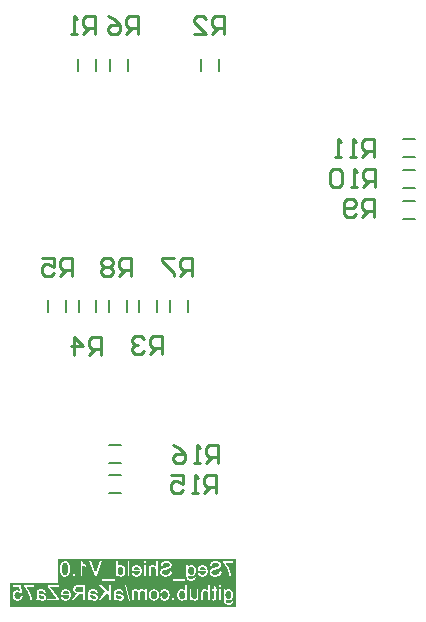
<source format=gbr>
G04*
G04 #@! TF.GenerationSoftware,Altium Limited,Altium Designer,24.2.2 (26)*
G04*
G04 Layer_Color=32896*
%FSLAX44Y44*%
%MOMM*%
G71*
G04*
G04 #@! TF.SameCoordinates,78B911D5-5985-4408-A007-20F9D0B7CA3B*
G04*
G04*
G04 #@! TF.FilePolarity,Positive*
G04*
G01*
G75*
%ADD10C,0.2540*%
%ADD11C,0.2000*%
G36*
X279400Y247650D02*
Y227330D01*
X88493D01*
Y248125D01*
X128712D01*
Y268444D01*
X279400D01*
Y247650D01*
D02*
G37*
%LPC*%
G36*
X203371Y266222D02*
X201797D01*
Y264426D01*
X203371D01*
Y266222D01*
D02*
G37*
G36*
X213333D02*
X211759D01*
Y261630D01*
X211740Y261649D01*
X211703Y261686D01*
X211648Y261741D01*
X211555Y261834D01*
X211462Y261926D01*
X211333Y262038D01*
X211166Y262149D01*
X211000Y262278D01*
X210814Y262389D01*
X210611Y262500D01*
X210129Y262704D01*
X209870Y262797D01*
X209592Y262852D01*
X209296Y262889D01*
X209000Y262908D01*
X208833D01*
X208629Y262889D01*
X208389Y262852D01*
X208111Y262815D01*
X207815Y262741D01*
X207518Y262630D01*
X207222Y262500D01*
X207185Y262482D01*
X207092Y262426D01*
X206963Y262334D01*
X206796Y262204D01*
X206630Y262038D01*
X206444Y261852D01*
X206278Y261630D01*
X206130Y261371D01*
X206111Y261334D01*
X206074Y261241D01*
X206019Y261075D01*
X205963Y260834D01*
X205907Y260538D01*
X205852Y260186D01*
X205815Y259760D01*
X205796Y259279D01*
Y253409D01*
X207370D01*
Y259297D01*
Y259316D01*
Y259353D01*
Y259408D01*
Y259482D01*
X207389Y259686D01*
X207426Y259945D01*
X207500Y260223D01*
X207592Y260501D01*
X207722Y260779D01*
X207889Y261001D01*
X207907Y261019D01*
X207981Y261093D01*
X208092Y261186D01*
X208259Y261278D01*
X208463Y261390D01*
X208703Y261464D01*
X209000Y261538D01*
X209333Y261556D01*
X209444D01*
X209574Y261538D01*
X209759Y261519D01*
X209944Y261464D01*
X210166Y261408D01*
X210388Y261315D01*
X210629Y261186D01*
X210648Y261167D01*
X210722Y261112D01*
X210833Y261038D01*
X210962Y260927D01*
X211111Y260779D01*
X211259Y260612D01*
X211388Y260408D01*
X211499Y260186D01*
X211518Y260149D01*
X211537Y260075D01*
X211574Y259927D01*
X211629Y259741D01*
X211685Y259501D01*
X211722Y259205D01*
X211740Y258871D01*
X211759Y258482D01*
Y253409D01*
X213333D01*
Y266222D01*
D02*
G37*
G36*
X241793Y262908D02*
X241626D01*
X241515Y262889D01*
X241385Y262871D01*
X241219Y262834D01*
X241033Y262797D01*
X240830Y262741D01*
X240626Y262667D01*
X240404Y262575D01*
X240182Y262463D01*
X239941Y262334D01*
X239719Y262186D01*
X239496Y262001D01*
X239274Y261797D01*
X239071Y261556D01*
Y262704D01*
X237626D01*
Y254316D01*
X237645Y254149D01*
Y253946D01*
X237663Y253724D01*
X237682Y253483D01*
X237737Y252983D01*
X237812Y252465D01*
X237867Y252224D01*
X237923Y252002D01*
X237997Y251798D01*
X238071Y251613D01*
Y251594D01*
X238089Y251576D01*
X238163Y251465D01*
X238256Y251298D01*
X238404Y251094D01*
X238608Y250872D01*
X238848Y250631D01*
X239145Y250391D01*
X239478Y250187D01*
X239496D01*
X239515Y250168D01*
X239571Y250131D01*
X239645Y250113D01*
X239737Y250057D01*
X239848Y250020D01*
X240126Y249928D01*
X240459Y249817D01*
X240867Y249743D01*
X241330Y249669D01*
X241830Y249650D01*
X241996D01*
X242107Y249669D01*
X242255D01*
X242404Y249687D01*
X242589Y249706D01*
X242792Y249743D01*
X243218Y249835D01*
X243663Y249965D01*
X244107Y250150D01*
X244515Y250409D01*
X244533Y250428D01*
X244552Y250446D01*
X244681Y250557D01*
X244829Y250724D01*
X245014Y250965D01*
X245200Y251280D01*
X245366Y251668D01*
X245422Y251891D01*
X245459Y252131D01*
X245496Y252372D01*
Y252650D01*
X243959Y252446D01*
Y252409D01*
X243941Y252335D01*
X243904Y252205D01*
X243866Y252039D01*
X243792Y251872D01*
X243700Y251705D01*
X243589Y251539D01*
X243441Y251409D01*
X243403Y251391D01*
X243330Y251335D01*
X243200Y251261D01*
X243015Y251187D01*
X242792Y251094D01*
X242515Y251020D01*
X242181Y250965D01*
X241830Y250946D01*
X241644D01*
X241459Y250965D01*
X241200Y251002D01*
X240941Y251057D01*
X240663Y251131D01*
X240385Y251242D01*
X240145Y251391D01*
X240126Y251409D01*
X240052Y251465D01*
X239941Y251576D01*
X239811Y251705D01*
X239682Y251891D01*
X239552Y252094D01*
X239422Y252335D01*
X239330Y252613D01*
Y252631D01*
X239311Y252705D01*
X239293Y252853D01*
X239274Y253039D01*
X239256Y253168D01*
Y253316D01*
X239237Y253483D01*
Y253668D01*
Y253872D01*
X239219Y254112D01*
Y254353D01*
Y254631D01*
X239237Y254612D01*
X239274Y254575D01*
X239330Y254520D01*
X239404Y254446D01*
X239496Y254353D01*
X239626Y254242D01*
X239774Y254131D01*
X239922Y254020D01*
X240311Y253798D01*
X240737Y253594D01*
X240978Y253520D01*
X241237Y253464D01*
X241515Y253427D01*
X241793Y253409D01*
X241885D01*
X241978Y253427D01*
X242107D01*
X242274Y253446D01*
X242459Y253483D01*
X242663Y253520D01*
X242885Y253575D01*
X243126Y253650D01*
X243367Y253742D01*
X243607Y253853D01*
X243866Y253983D01*
X244107Y254149D01*
X244348Y254335D01*
X244570Y254538D01*
X244774Y254779D01*
X244792Y254798D01*
X244811Y254835D01*
X244866Y254927D01*
X244940Y255020D01*
X245014Y255168D01*
X245107Y255316D01*
X245200Y255501D01*
X245292Y255723D01*
X245385Y255946D01*
X245477Y256205D01*
X245570Y256464D01*
X245644Y256760D01*
X245774Y257390D01*
X245792Y257742D01*
X245811Y258094D01*
Y258316D01*
X245792Y258445D01*
Y258575D01*
X245755Y258908D01*
X245700Y259279D01*
X245607Y259686D01*
X245496Y260112D01*
X245329Y260538D01*
Y260556D01*
X245311Y260593D01*
X245274Y260649D01*
X245237Y260723D01*
X245126Y260927D01*
X244977Y261186D01*
X244774Y261464D01*
X244533Y261741D01*
X244255Y262038D01*
X243941Y262278D01*
X243922D01*
X243904Y262297D01*
X243848Y262334D01*
X243774Y262371D01*
X243589Y262482D01*
X243330Y262593D01*
X243015Y262704D01*
X242644Y262815D01*
X242237Y262889D01*
X241793Y262908D01*
D02*
G37*
G36*
X149117Y266278D02*
X148099D01*
Y253409D01*
X149672D01*
Y263426D01*
X149691Y263408D01*
X149784Y263334D01*
X149895Y263223D01*
X150080Y263093D01*
X150283Y262926D01*
X150543Y262741D01*
X150839Y262537D01*
X151172Y262334D01*
X151191D01*
X151209Y262315D01*
X151320Y262241D01*
X151506Y262149D01*
X151728Y262038D01*
X151987Y261908D01*
X152265Y261778D01*
X152543Y261649D01*
X152820Y261538D01*
Y263056D01*
X152802D01*
X152765Y263093D01*
X152691Y263112D01*
X152598Y263167D01*
X152487Y263223D01*
X152357Y263297D01*
X152043Y263482D01*
X151672Y263686D01*
X151302Y263945D01*
X150913Y264241D01*
X150524Y264556D01*
X150506Y264574D01*
X150487Y264593D01*
X150432Y264648D01*
X150358Y264704D01*
X150191Y264889D01*
X149969Y265111D01*
X149747Y265371D01*
X149506Y265667D01*
X149302Y265963D01*
X149117Y266278D01*
D02*
G37*
G36*
X166652Y266222D02*
X164801D01*
X161468Y256908D01*
Y256890D01*
X161449Y256853D01*
X161430Y256797D01*
X161394Y256723D01*
X161375Y256612D01*
X161338Y256501D01*
X161245Y256223D01*
X161134Y255909D01*
X161023Y255557D01*
X160801Y254816D01*
Y254835D01*
X160783Y254872D01*
X160764Y254927D01*
X160745Y255001D01*
X160690Y255205D01*
X160597Y255483D01*
X160505Y255798D01*
X160394Y256149D01*
X160264Y256520D01*
X160116Y256908D01*
X156635Y266222D01*
X154913D01*
X159912Y253409D01*
X161690D01*
X166652Y266222D01*
D02*
G37*
G36*
X251366Y262908D02*
X251180D01*
X251051Y262889D01*
X250903Y262871D01*
X250718Y262834D01*
X250514Y262797D01*
X250273Y262741D01*
X250051Y262686D01*
X249792Y262593D01*
X249551Y262500D01*
X249292Y262371D01*
X249033Y262223D01*
X248773Y262056D01*
X248533Y261852D01*
X248310Y261630D01*
X248292Y261612D01*
X248255Y261575D01*
X248199Y261501D01*
X248125Y261390D01*
X248033Y261260D01*
X247940Y261112D01*
X247829Y260927D01*
X247718Y260704D01*
X247607Y260464D01*
X247496Y260205D01*
X247403Y259908D01*
X247311Y259593D01*
X247236Y259242D01*
X247181Y258871D01*
X247144Y258482D01*
X247125Y258057D01*
Y257834D01*
X247144Y257649D01*
X254088D01*
Y257631D01*
Y257575D01*
X254069Y257501D01*
Y257390D01*
X254051Y257260D01*
X254014Y257112D01*
X253958Y256779D01*
X253847Y256409D01*
X253699Y256001D01*
X253495Y255631D01*
X253236Y255298D01*
X253217D01*
X253199Y255261D01*
X253088Y255168D01*
X252921Y255038D01*
X252699Y254909D01*
X252403Y254761D01*
X252069Y254631D01*
X251699Y254538D01*
X251495Y254520D01*
X251273Y254501D01*
X251125D01*
X250958Y254520D01*
X250755Y254557D01*
X250532Y254612D01*
X250273Y254687D01*
X250033Y254798D01*
X249792Y254946D01*
X249773Y254964D01*
X249681Y255038D01*
X249570Y255149D01*
X249440Y255298D01*
X249292Y255501D01*
X249125Y255760D01*
X248958Y256057D01*
X248810Y256409D01*
X247181Y256205D01*
Y256186D01*
X247199Y256149D01*
X247218Y256075D01*
X247255Y255964D01*
X247311Y255853D01*
X247366Y255705D01*
X247514Y255390D01*
X247699Y255038D01*
X247959Y254668D01*
X248255Y254316D01*
X248625Y253983D01*
X248644D01*
X248681Y253946D01*
X248736Y253909D01*
X248810Y253853D01*
X248922Y253798D01*
X249033Y253742D01*
X249181Y253668D01*
X249347Y253594D01*
X249533Y253520D01*
X249718Y253446D01*
X250181Y253335D01*
X250699Y253242D01*
X251273Y253205D01*
X251477D01*
X251606Y253224D01*
X251773Y253242D01*
X251977Y253279D01*
X252199Y253316D01*
X252440Y253353D01*
X252958Y253501D01*
X253236Y253612D01*
X253495Y253724D01*
X253773Y253872D01*
X254032Y254038D01*
X254273Y254224D01*
X254513Y254446D01*
X254532Y254464D01*
X254569Y254501D01*
X254625Y254575D01*
X254699Y254687D01*
X254791Y254816D01*
X254884Y254964D01*
X254995Y255149D01*
X255106Y255353D01*
X255217Y255594D01*
X255328Y255853D01*
X255421Y256149D01*
X255513Y256464D01*
X255587Y256797D01*
X255643Y257168D01*
X255680Y257557D01*
X255699Y257964D01*
Y258186D01*
X255680Y258353D01*
X255662Y258556D01*
X255643Y258779D01*
X255606Y259038D01*
X255550Y259297D01*
X255402Y259890D01*
X255310Y260186D01*
X255199Y260501D01*
X255051Y260797D01*
X254884Y261075D01*
X254699Y261353D01*
X254495Y261612D01*
X254477Y261630D01*
X254439Y261667D01*
X254365Y261723D01*
X254273Y261815D01*
X254162Y261908D01*
X254014Y262019D01*
X253847Y262149D01*
X253643Y262260D01*
X253440Y262389D01*
X253199Y262500D01*
X252940Y262612D01*
X252662Y262704D01*
X252366Y262797D01*
X252051Y262852D01*
X251717Y262889D01*
X251366Y262908D01*
D02*
G37*
G36*
X195594D02*
X195408D01*
X195279Y262889D01*
X195131Y262871D01*
X194946Y262834D01*
X194742Y262797D01*
X194501Y262741D01*
X194279Y262686D01*
X194020Y262593D01*
X193779Y262500D01*
X193520Y262371D01*
X193261Y262223D01*
X193001Y262056D01*
X192761Y261852D01*
X192538Y261630D01*
X192520Y261612D01*
X192483Y261575D01*
X192427Y261501D01*
X192353Y261390D01*
X192261Y261260D01*
X192168Y261112D01*
X192057Y260927D01*
X191946Y260704D01*
X191835Y260464D01*
X191724Y260205D01*
X191631Y259908D01*
X191539Y259593D01*
X191465Y259242D01*
X191409Y258871D01*
X191372Y258482D01*
X191353Y258057D01*
Y257834D01*
X191372Y257649D01*
X198316D01*
Y257631D01*
Y257575D01*
X198297Y257501D01*
Y257390D01*
X198279Y257260D01*
X198242Y257112D01*
X198186Y256779D01*
X198075Y256409D01*
X197927Y256001D01*
X197723Y255631D01*
X197464Y255298D01*
X197445D01*
X197427Y255261D01*
X197316Y255168D01*
X197149Y255038D01*
X196927Y254909D01*
X196631Y254761D01*
X196297Y254631D01*
X195927Y254538D01*
X195723Y254520D01*
X195501Y254501D01*
X195353D01*
X195186Y254520D01*
X194983Y254557D01*
X194760Y254612D01*
X194501Y254687D01*
X194261Y254798D01*
X194020Y254946D01*
X194001Y254964D01*
X193909Y255038D01*
X193798Y255149D01*
X193668Y255298D01*
X193520Y255501D01*
X193353Y255760D01*
X193186Y256057D01*
X193038Y256409D01*
X191409Y256205D01*
Y256186D01*
X191427Y256149D01*
X191446Y256075D01*
X191483Y255964D01*
X191539Y255853D01*
X191594Y255705D01*
X191742Y255390D01*
X191927Y255038D01*
X192187Y254668D01*
X192483Y254316D01*
X192853Y253983D01*
X192872D01*
X192909Y253946D01*
X192964Y253909D01*
X193038Y253853D01*
X193150Y253798D01*
X193261Y253742D01*
X193409Y253668D01*
X193575Y253594D01*
X193761Y253520D01*
X193946Y253446D01*
X194409Y253335D01*
X194927Y253242D01*
X195501Y253205D01*
X195705D01*
X195834Y253224D01*
X196001Y253242D01*
X196205Y253279D01*
X196427Y253316D01*
X196668Y253353D01*
X197186Y253501D01*
X197464Y253612D01*
X197723Y253724D01*
X198001Y253872D01*
X198260Y254038D01*
X198501Y254224D01*
X198741Y254446D01*
X198760Y254464D01*
X198797Y254501D01*
X198853Y254575D01*
X198927Y254687D01*
X199019Y254816D01*
X199112Y254964D01*
X199223Y255149D01*
X199334Y255353D01*
X199445Y255594D01*
X199556Y255853D01*
X199649Y256149D01*
X199741Y256464D01*
X199815Y256797D01*
X199871Y257168D01*
X199908Y257557D01*
X199926Y257964D01*
Y258186D01*
X199908Y258353D01*
X199890Y258556D01*
X199871Y258779D01*
X199834Y259038D01*
X199778Y259297D01*
X199630Y259890D01*
X199538Y260186D01*
X199427Y260501D01*
X199279Y260797D01*
X199112Y261075D01*
X198927Y261353D01*
X198723Y261612D01*
X198704Y261630D01*
X198667Y261667D01*
X198593Y261723D01*
X198501Y261815D01*
X198390Y261908D01*
X198242Y262019D01*
X198075Y262149D01*
X197871Y262260D01*
X197668Y262389D01*
X197427Y262500D01*
X197168Y262612D01*
X196890Y262704D01*
X196594Y262797D01*
X196279Y262852D01*
X195945Y262889D01*
X195594Y262908D01*
D02*
G37*
G36*
X277400Y266056D02*
X269105D01*
Y264815D01*
X269123Y264797D01*
X269160Y264760D01*
X269234Y264685D01*
X269308Y264574D01*
X269419Y264445D01*
X269568Y264297D01*
X269716Y264111D01*
X269882Y263889D01*
X270049Y263667D01*
X270253Y263408D01*
X270456Y263112D01*
X270660Y262815D01*
X270882Y262482D01*
X271104Y262130D01*
X271327Y261741D01*
X271549Y261353D01*
X271567Y261334D01*
X271604Y261260D01*
X271660Y261149D01*
X271752Y260982D01*
X271845Y260779D01*
X271956Y260556D01*
X272086Y260297D01*
X272215Y260001D01*
X272363Y259667D01*
X272530Y259334D01*
X272678Y258964D01*
X272826Y258575D01*
X273123Y257779D01*
X273400Y256927D01*
Y256908D01*
X273419Y256853D01*
X273438Y256760D01*
X273475Y256649D01*
X273512Y256501D01*
X273549Y256316D01*
X273604Y256112D01*
X273641Y255890D01*
X273697Y255631D01*
X273752Y255353D01*
X273845Y254761D01*
X273937Y254112D01*
X273993Y253409D01*
X275604D01*
Y253427D01*
Y253483D01*
Y253557D01*
X275585Y253668D01*
Y253816D01*
X275567Y254001D01*
X275548Y254205D01*
X275530Y254427D01*
X275493Y254687D01*
X275456Y254946D01*
X275400Y255261D01*
X275345Y255575D01*
X275289Y255909D01*
X275215Y256279D01*
X275030Y257038D01*
Y257057D01*
X275011Y257131D01*
X274974Y257242D01*
X274919Y257409D01*
X274863Y257594D01*
X274789Y257816D01*
X274715Y258075D01*
X274604Y258353D01*
X274493Y258668D01*
X274382Y258982D01*
X274104Y259686D01*
X273771Y260427D01*
X273400Y261167D01*
X273382Y261186D01*
X273345Y261260D01*
X273289Y261353D01*
X273215Y261501D01*
X273123Y261667D01*
X272993Y261871D01*
X272863Y262093D01*
X272715Y262334D01*
X272363Y262871D01*
X271993Y263426D01*
X271567Y264000D01*
X271123Y264537D01*
X277400D01*
Y266056D01*
D02*
G37*
G36*
X203371Y262704D02*
X201797D01*
Y253409D01*
X203371D01*
Y262704D01*
D02*
G37*
G36*
X189465Y266222D02*
X187891D01*
Y253409D01*
X189465D01*
Y266222D01*
D02*
G37*
G36*
X143173Y255205D02*
X141377D01*
Y253409D01*
X143173D01*
Y255205D01*
D02*
G37*
G36*
X179558Y266222D02*
X177984D01*
Y253409D01*
X179447D01*
Y254575D01*
X179466Y254557D01*
X179484Y254520D01*
X179540Y254446D01*
X179614Y254353D01*
X179706Y254261D01*
X179818Y254149D01*
X179947Y254020D01*
X180114Y253890D01*
X180280Y253761D01*
X180466Y253631D01*
X180688Y253520D01*
X180928Y253427D01*
X181169Y253335D01*
X181447Y253261D01*
X181743Y253224D01*
X182058Y253205D01*
X182169D01*
X182243Y253224D01*
X182465Y253242D01*
X182725Y253279D01*
X183039Y253353D01*
X183391Y253464D01*
X183743Y253612D01*
X184095Y253816D01*
X184113D01*
X184132Y253853D01*
X184243Y253927D01*
X184410Y254076D01*
X184613Y254261D01*
X184854Y254501D01*
X185095Y254798D01*
X185336Y255131D01*
X185539Y255520D01*
Y255538D01*
X185558Y255575D01*
X185576Y255631D01*
X185613Y255705D01*
X185650Y255816D01*
X185706Y255946D01*
X185743Y256075D01*
X185780Y256242D01*
X185872Y256612D01*
X185965Y257038D01*
X186021Y257520D01*
X186039Y258038D01*
Y258279D01*
X186021Y258390D01*
Y258538D01*
X185984Y258871D01*
X185928Y259260D01*
X185835Y259686D01*
X185724Y260130D01*
X185576Y260556D01*
Y260575D01*
X185558Y260612D01*
X185521Y260667D01*
X185484Y260741D01*
X185373Y260945D01*
X185224Y261204D01*
X185039Y261482D01*
X184799Y261760D01*
X184521Y262056D01*
X184187Y262297D01*
X184169D01*
X184150Y262315D01*
X184095Y262352D01*
X184021Y262389D01*
X183836Y262482D01*
X183576Y262612D01*
X183280Y262723D01*
X182928Y262815D01*
X182540Y262889D01*
X182132Y262908D01*
X181984D01*
X181836Y262889D01*
X181632Y262871D01*
X181391Y262815D01*
X181132Y262760D01*
X180873Y262667D01*
X180632Y262537D01*
X180595Y262519D01*
X180521Y262482D01*
X180410Y262389D01*
X180262Y262297D01*
X180077Y262167D01*
X179910Y262001D01*
X179725Y261834D01*
X179558Y261630D01*
Y266222D01*
D02*
G37*
G36*
X262494Y266445D02*
X262253D01*
X262124Y266426D01*
X261994D01*
X261642Y266389D01*
X261254Y266334D01*
X260846Y266241D01*
X260402Y266130D01*
X259994Y265982D01*
X259976D01*
X259939Y265963D01*
X259883Y265926D01*
X259809Y265889D01*
X259624Y265797D01*
X259383Y265630D01*
X259106Y265445D01*
X258828Y265204D01*
X258569Y264926D01*
X258328Y264611D01*
Y264593D01*
X258309Y264574D01*
X258272Y264519D01*
X258235Y264463D01*
X258143Y264278D01*
X258032Y264037D01*
X257902Y263741D01*
X257809Y263389D01*
X257717Y263019D01*
X257680Y262612D01*
X259309Y262482D01*
Y262500D01*
Y262537D01*
X259328Y262593D01*
X259346Y262686D01*
X259402Y262889D01*
X259476Y263167D01*
X259587Y263463D01*
X259754Y263760D01*
X259957Y264037D01*
X260217Y264297D01*
X260254Y264315D01*
X260346Y264389D01*
X260531Y264500D01*
X260772Y264611D01*
X261087Y264722D01*
X261457Y264834D01*
X261920Y264908D01*
X262439Y264926D01*
X262698D01*
X262809Y264908D01*
X262957Y264889D01*
X263290Y264852D01*
X263661Y264778D01*
X264031Y264685D01*
X264383Y264537D01*
X264531Y264445D01*
X264679Y264352D01*
X264716Y264334D01*
X264790Y264260D01*
X264901Y264130D01*
X265012Y263982D01*
X265142Y263778D01*
X265253Y263556D01*
X265327Y263297D01*
X265364Y263001D01*
Y262963D01*
Y262889D01*
X265346Y262760D01*
X265309Y262612D01*
X265253Y262426D01*
X265161Y262241D01*
X265049Y262056D01*
X264883Y261871D01*
X264864Y261852D01*
X264772Y261797D01*
X264698Y261741D01*
X264624Y261704D01*
X264513Y261649D01*
X264383Y261575D01*
X264216Y261519D01*
X264031Y261445D01*
X263827Y261371D01*
X263587Y261278D01*
X263327Y261204D01*
X263031Y261112D01*
X262698Y261038D01*
X262327Y260945D01*
X262309D01*
X262235Y260927D01*
X262124Y260908D01*
X261994Y260871D01*
X261828Y260834D01*
X261624Y260779D01*
X261420Y260723D01*
X261198Y260667D01*
X260716Y260538D01*
X260254Y260408D01*
X260031Y260334D01*
X259828Y260260D01*
X259643Y260205D01*
X259494Y260130D01*
X259476D01*
X259439Y260112D01*
X259383Y260075D01*
X259309Y260038D01*
X259106Y259927D01*
X258865Y259779D01*
X258587Y259575D01*
X258309Y259353D01*
X258050Y259093D01*
X257828Y258816D01*
X257809Y258779D01*
X257735Y258686D01*
X257661Y258519D01*
X257550Y258297D01*
X257458Y258038D01*
X257365Y257723D01*
X257309Y257371D01*
X257291Y257001D01*
Y256834D01*
X257328Y256631D01*
X257365Y256371D01*
X257439Y256075D01*
X257532Y255760D01*
X257680Y255427D01*
X257883Y255075D01*
Y255057D01*
X257902Y255038D01*
X257995Y254927D01*
X258124Y254761D01*
X258309Y254575D01*
X258550Y254353D01*
X258846Y254112D01*
X259180Y253890D01*
X259569Y253687D01*
X259587D01*
X259624Y253668D01*
X259680Y253650D01*
X259754Y253612D01*
X259865Y253575D01*
X259994Y253520D01*
X260291Y253446D01*
X260643Y253353D01*
X261068Y253261D01*
X261531Y253205D01*
X262031Y253187D01*
X262327D01*
X262476Y253205D01*
X262642D01*
X262827Y253224D01*
X263050Y253242D01*
X263513Y253316D01*
X263994Y253390D01*
X264475Y253520D01*
X264938Y253687D01*
X264957D01*
X264994Y253705D01*
X265049Y253742D01*
X265124Y253779D01*
X265346Y253890D01*
X265605Y254057D01*
X265901Y254279D01*
X266216Y254538D01*
X266512Y254853D01*
X266790Y255205D01*
Y255224D01*
X266827Y255261D01*
X266845Y255316D01*
X266901Y255390D01*
X266938Y255483D01*
X266994Y255594D01*
X267123Y255872D01*
X267253Y256223D01*
X267364Y256612D01*
X267438Y257057D01*
X267475Y257520D01*
X265883Y257668D01*
Y257649D01*
Y257631D01*
X265864Y257575D01*
Y257501D01*
X265827Y257334D01*
X265772Y257094D01*
X265697Y256853D01*
X265623Y256575D01*
X265494Y256316D01*
X265364Y256075D01*
X265346Y256057D01*
X265290Y255983D01*
X265198Y255853D01*
X265049Y255723D01*
X264864Y255557D01*
X264661Y255390D01*
X264383Y255224D01*
X264087Y255075D01*
X264068D01*
X264049Y255057D01*
X263994Y255038D01*
X263938Y255020D01*
X263753Y254964D01*
X263513Y254890D01*
X263216Y254816D01*
X262883Y254761D01*
X262513Y254723D01*
X262105Y254705D01*
X261939D01*
X261754Y254723D01*
X261531Y254742D01*
X261272Y254779D01*
X260976Y254816D01*
X260679Y254890D01*
X260402Y254983D01*
X260365Y255001D01*
X260272Y255038D01*
X260142Y255112D01*
X259976Y255187D01*
X259809Y255316D01*
X259624Y255446D01*
X259439Y255594D01*
X259291Y255779D01*
X259272Y255798D01*
X259235Y255872D01*
X259180Y255964D01*
X259106Y256112D01*
X259032Y256260D01*
X258976Y256446D01*
X258939Y256649D01*
X258920Y256871D01*
Y256890D01*
Y256983D01*
X258939Y257094D01*
X258958Y257242D01*
X259013Y257390D01*
X259069Y257575D01*
X259161Y257760D01*
X259291Y257927D01*
X259309Y257945D01*
X259365Y258001D01*
X259439Y258075D01*
X259569Y258186D01*
X259717Y258297D01*
X259920Y258427D01*
X260161Y258556D01*
X260439Y258668D01*
X260457Y258686D01*
X260550Y258705D01*
X260698Y258760D01*
X260791Y258779D01*
X260920Y258816D01*
X261050Y258871D01*
X261217Y258908D01*
X261402Y258964D01*
X261624Y259019D01*
X261846Y259075D01*
X262105Y259149D01*
X262402Y259223D01*
X262716Y259297D01*
X262735D01*
X262790Y259316D01*
X262883Y259334D01*
X262994Y259371D01*
X263142Y259408D01*
X263309Y259445D01*
X263679Y259556D01*
X264087Y259686D01*
X264513Y259816D01*
X264883Y259945D01*
X265049Y260019D01*
X265198Y260093D01*
X265216D01*
X265235Y260112D01*
X265346Y260186D01*
X265512Y260278D01*
X265697Y260427D01*
X265920Y260593D01*
X266142Y260797D01*
X266364Y261038D01*
X266549Y261297D01*
X266568Y261334D01*
X266623Y261427D01*
X266697Y261575D01*
X266772Y261760D01*
X266845Y262001D01*
X266920Y262278D01*
X266975Y262575D01*
X266994Y262889D01*
Y262908D01*
Y262926D01*
Y262982D01*
Y263056D01*
X266957Y263241D01*
X266920Y263482D01*
X266864Y263760D01*
X266772Y264074D01*
X266642Y264389D01*
X266457Y264704D01*
Y264722D01*
X266438Y264741D01*
X266346Y264852D01*
X266216Y265000D01*
X266049Y265185D01*
X265827Y265389D01*
X265549Y265611D01*
X265216Y265815D01*
X264846Y266000D01*
X264827D01*
X264790Y266019D01*
X264735Y266037D01*
X264661Y266074D01*
X264568Y266111D01*
X264438Y266148D01*
X264161Y266222D01*
X263809Y266296D01*
X263402Y266371D01*
X262976Y266426D01*
X262494Y266445D01*
D02*
G37*
G36*
X220665D02*
X220424D01*
X220295Y266426D01*
X220165D01*
X219813Y266389D01*
X219424Y266334D01*
X219017Y266241D01*
X218573Y266130D01*
X218165Y265982D01*
X218147D01*
X218110Y265963D01*
X218054Y265926D01*
X217980Y265889D01*
X217795Y265797D01*
X217554Y265630D01*
X217277Y265445D01*
X216999Y265204D01*
X216740Y264926D01*
X216499Y264611D01*
Y264593D01*
X216480Y264574D01*
X216443Y264519D01*
X216406Y264463D01*
X216314Y264278D01*
X216203Y264037D01*
X216073Y263741D01*
X215980Y263389D01*
X215888Y263019D01*
X215851Y262612D01*
X217480Y262482D01*
Y262500D01*
Y262537D01*
X217499Y262593D01*
X217517Y262686D01*
X217573Y262889D01*
X217647Y263167D01*
X217758Y263463D01*
X217925Y263760D01*
X218128Y264037D01*
X218388Y264297D01*
X218425Y264315D01*
X218517Y264389D01*
X218702Y264500D01*
X218943Y264611D01*
X219258Y264722D01*
X219628Y264834D01*
X220091Y264908D01*
X220610Y264926D01*
X220869D01*
X220980Y264908D01*
X221128Y264889D01*
X221461Y264852D01*
X221832Y264778D01*
X222202Y264685D01*
X222554Y264537D01*
X222702Y264445D01*
X222850Y264352D01*
X222887Y264334D01*
X222961Y264260D01*
X223072Y264130D01*
X223183Y263982D01*
X223313Y263778D01*
X223424Y263556D01*
X223498Y263297D01*
X223535Y263001D01*
Y262963D01*
Y262889D01*
X223517Y262760D01*
X223480Y262612D01*
X223424Y262426D01*
X223332Y262241D01*
X223220Y262056D01*
X223054Y261871D01*
X223035Y261852D01*
X222943Y261797D01*
X222869Y261741D01*
X222795Y261704D01*
X222684Y261649D01*
X222554Y261575D01*
X222387Y261519D01*
X222202Y261445D01*
X221998Y261371D01*
X221758Y261278D01*
X221498Y261204D01*
X221202Y261112D01*
X220869Y261038D01*
X220499Y260945D01*
X220480D01*
X220406Y260927D01*
X220295Y260908D01*
X220165Y260871D01*
X219998Y260834D01*
X219795Y260779D01*
X219591Y260723D01*
X219369Y260667D01*
X218888Y260538D01*
X218425Y260408D01*
X218202Y260334D01*
X217999Y260260D01*
X217814Y260205D01*
X217666Y260130D01*
X217647D01*
X217610Y260112D01*
X217554Y260075D01*
X217480Y260038D01*
X217277Y259927D01*
X217036Y259779D01*
X216758Y259575D01*
X216480Y259353D01*
X216221Y259093D01*
X215999Y258816D01*
X215980Y258779D01*
X215906Y258686D01*
X215832Y258519D01*
X215721Y258297D01*
X215629Y258038D01*
X215536Y257723D01*
X215480Y257371D01*
X215462Y257001D01*
Y256834D01*
X215499Y256631D01*
X215536Y256371D01*
X215610Y256075D01*
X215703Y255760D01*
X215851Y255427D01*
X216054Y255075D01*
Y255057D01*
X216073Y255038D01*
X216166Y254927D01*
X216295Y254761D01*
X216480Y254575D01*
X216721Y254353D01*
X217017Y254112D01*
X217351Y253890D01*
X217740Y253687D01*
X217758D01*
X217795Y253668D01*
X217851Y253650D01*
X217925Y253612D01*
X218036Y253575D01*
X218165Y253520D01*
X218462Y253446D01*
X218813Y253353D01*
X219239Y253261D01*
X219702Y253205D01*
X220202Y253187D01*
X220499D01*
X220647Y253205D01*
X220813D01*
X220998Y253224D01*
X221221Y253242D01*
X221684Y253316D01*
X222165Y253390D01*
X222646Y253520D01*
X223109Y253687D01*
X223128D01*
X223165Y253705D01*
X223220Y253742D01*
X223295Y253779D01*
X223517Y253890D01*
X223776Y254057D01*
X224072Y254279D01*
X224387Y254538D01*
X224683Y254853D01*
X224961Y255205D01*
Y255224D01*
X224998Y255261D01*
X225016Y255316D01*
X225072Y255390D01*
X225109Y255483D01*
X225165Y255594D01*
X225294Y255872D01*
X225424Y256223D01*
X225535Y256612D01*
X225609Y257057D01*
X225646Y257520D01*
X224054Y257668D01*
Y257649D01*
Y257631D01*
X224035Y257575D01*
Y257501D01*
X223998Y257334D01*
X223943Y257094D01*
X223869Y256853D01*
X223794Y256575D01*
X223665Y256316D01*
X223535Y256075D01*
X223517Y256057D01*
X223461Y255983D01*
X223369Y255853D01*
X223220Y255723D01*
X223035Y255557D01*
X222832Y255390D01*
X222554Y255224D01*
X222258Y255075D01*
X222239D01*
X222220Y255057D01*
X222165Y255038D01*
X222109Y255020D01*
X221924Y254964D01*
X221684Y254890D01*
X221387Y254816D01*
X221054Y254761D01*
X220684Y254723D01*
X220276Y254705D01*
X220110D01*
X219925Y254723D01*
X219702Y254742D01*
X219443Y254779D01*
X219147Y254816D01*
X218850Y254890D01*
X218573Y254983D01*
X218536Y255001D01*
X218443Y255038D01*
X218314Y255112D01*
X218147Y255187D01*
X217980Y255316D01*
X217795Y255446D01*
X217610Y255594D01*
X217462Y255779D01*
X217443Y255798D01*
X217406Y255872D01*
X217351Y255964D01*
X217277Y256112D01*
X217202Y256260D01*
X217147Y256446D01*
X217110Y256649D01*
X217091Y256871D01*
Y256890D01*
Y256983D01*
X217110Y257094D01*
X217129Y257242D01*
X217184Y257390D01*
X217240Y257575D01*
X217332Y257760D01*
X217462Y257927D01*
X217480Y257945D01*
X217536Y258001D01*
X217610Y258075D01*
X217740Y258186D01*
X217888Y258297D01*
X218091Y258427D01*
X218332Y258556D01*
X218610Y258668D01*
X218628Y258686D01*
X218721Y258705D01*
X218869Y258760D01*
X218962Y258779D01*
X219091Y258816D01*
X219221Y258871D01*
X219387Y258908D01*
X219573Y258964D01*
X219795Y259019D01*
X220017Y259075D01*
X220276Y259149D01*
X220573Y259223D01*
X220887Y259297D01*
X220906D01*
X220961Y259316D01*
X221054Y259334D01*
X221165Y259371D01*
X221313Y259408D01*
X221480Y259445D01*
X221850Y259556D01*
X222258Y259686D01*
X222684Y259816D01*
X223054Y259945D01*
X223220Y260019D01*
X223369Y260093D01*
X223387D01*
X223406Y260112D01*
X223517Y260186D01*
X223683Y260278D01*
X223869Y260427D01*
X224091Y260593D01*
X224313Y260797D01*
X224535Y261038D01*
X224720Y261297D01*
X224739Y261334D01*
X224794Y261427D01*
X224868Y261575D01*
X224942Y261760D01*
X225016Y262001D01*
X225091Y262278D01*
X225146Y262575D01*
X225165Y262889D01*
Y262908D01*
Y262926D01*
Y262982D01*
Y263056D01*
X225128Y263241D01*
X225091Y263482D01*
X225035Y263760D01*
X224942Y264074D01*
X224813Y264389D01*
X224628Y264704D01*
Y264722D01*
X224609Y264741D01*
X224517Y264852D01*
X224387Y265000D01*
X224220Y265185D01*
X223998Y265389D01*
X223720Y265611D01*
X223387Y265815D01*
X223017Y266000D01*
X222998D01*
X222961Y266019D01*
X222906Y266037D01*
X222832Y266074D01*
X222739Y266111D01*
X222609Y266148D01*
X222332Y266222D01*
X221980Y266296D01*
X221572Y266371D01*
X221147Y266426D01*
X220665Y266445D01*
D02*
G37*
G36*
X134896Y266278D02*
X134730D01*
X134526Y266259D01*
X134285Y266222D01*
X134008Y266167D01*
X133711Y266093D01*
X133396Y266000D01*
X133100Y265852D01*
X133082D01*
X133063Y265833D01*
X132971Y265778D01*
X132822Y265685D01*
X132637Y265556D01*
X132434Y265371D01*
X132211Y265167D01*
X132008Y264926D01*
X131804Y264648D01*
X131785Y264611D01*
X131711Y264519D01*
X131637Y264352D01*
X131508Y264111D01*
X131397Y263834D01*
X131249Y263519D01*
X131119Y263149D01*
X131008Y262741D01*
Y262723D01*
X130989Y262686D01*
X130971Y262630D01*
X130952Y262537D01*
X130934Y262426D01*
X130915Y262297D01*
X130878Y262130D01*
X130860Y261945D01*
X130823Y261741D01*
X130804Y261519D01*
X130786Y261260D01*
X130749Y261001D01*
X130730Y260704D01*
Y260408D01*
X130711Y260075D01*
Y259353D01*
X130730Y259149D01*
Y258927D01*
X130749Y258686D01*
X130767Y258427D01*
X130823Y257834D01*
X130915Y257223D01*
X131026Y256631D01*
X131100Y256353D01*
X131193Y256075D01*
Y256057D01*
X131211Y256020D01*
X131249Y255946D01*
X131285Y255853D01*
X131322Y255723D01*
X131397Y255594D01*
X131545Y255279D01*
X131730Y254946D01*
X131971Y254575D01*
X132248Y254242D01*
X132582Y253927D01*
X132600D01*
X132619Y253890D01*
X132674Y253853D01*
X132748Y253816D01*
X132841Y253761D01*
X132934Y253687D01*
X133211Y253557D01*
X133545Y253427D01*
X133933Y253298D01*
X134396Y253224D01*
X134896Y253187D01*
X135081D01*
X135211Y253205D01*
X135359Y253224D01*
X135544Y253261D01*
X135748Y253298D01*
X135970Y253353D01*
X136192Y253427D01*
X136433Y253501D01*
X136674Y253612D01*
X136915Y253742D01*
X137155Y253890D01*
X137396Y254076D01*
X137618Y254279D01*
X137822Y254501D01*
X137840Y254520D01*
X137877Y254575D01*
X137933Y254668D01*
X138026Y254816D01*
X138118Y254983D01*
X138211Y255205D01*
X138340Y255464D01*
X138451Y255760D01*
X138562Y256094D01*
X138674Y256483D01*
X138785Y256908D01*
X138877Y257390D01*
X138970Y257908D01*
X139025Y258464D01*
X139062Y259075D01*
X139081Y259723D01*
Y260093D01*
X139062Y260297D01*
Y260519D01*
X139044Y260760D01*
X139025Y261038D01*
X138970Y261612D01*
X138877Y262223D01*
X138766Y262834D01*
X138692Y263112D01*
X138618Y263389D01*
Y263408D01*
X138600Y263445D01*
X138562Y263519D01*
X138525Y263612D01*
X138489Y263741D01*
X138414Y263871D01*
X138266Y264186D01*
X138081Y264519D01*
X137840Y264871D01*
X137563Y265222D01*
X137229Y265519D01*
X137211D01*
X137192Y265556D01*
X137137Y265593D01*
X137063Y265630D01*
X136970Y265704D01*
X136859Y265759D01*
X136581Y265908D01*
X136248Y266037D01*
X135859Y266167D01*
X135396Y266241D01*
X134896Y266278D01*
D02*
G37*
G36*
X236700Y250983D02*
X226276D01*
Y249854D01*
X236700D01*
Y250983D01*
D02*
G37*
G36*
X176947D02*
X166523D01*
Y249854D01*
X176947D01*
Y250983D01*
D02*
G37*
G36*
X266827Y245902D02*
X265253D01*
Y244106D01*
X266827D01*
Y245902D01*
D02*
G37*
G36*
X237978D02*
X236404D01*
Y241329D01*
X236386Y241347D01*
X236367Y241384D01*
X236312Y241440D01*
X236219Y241532D01*
X236126Y241625D01*
X236015Y241736D01*
X235867Y241847D01*
X235719Y241958D01*
X235349Y242199D01*
X234923Y242384D01*
X234682Y242477D01*
X234423Y242532D01*
X234145Y242569D01*
X233867Y242588D01*
X233719D01*
X233553Y242569D01*
X233349Y242551D01*
X233108Y242495D01*
X232831Y242440D01*
X232534Y242347D01*
X232257Y242236D01*
X232220Y242218D01*
X232127Y242181D01*
X231979Y242088D01*
X231812Y241977D01*
X231609Y241847D01*
X231405Y241681D01*
X231183Y241477D01*
X230997Y241255D01*
X230979Y241236D01*
X230923Y241144D01*
X230831Y241014D01*
X230720Y240847D01*
X230590Y240625D01*
X230460Y240366D01*
X230331Y240070D01*
X230220Y239755D01*
Y239736D01*
X230201Y239718D01*
X230183Y239662D01*
X230164Y239607D01*
X230127Y239422D01*
X230072Y239181D01*
X230016Y238903D01*
X229960Y238588D01*
X229942Y238237D01*
X229923Y237866D01*
Y237644D01*
X229942Y237477D01*
X229960Y237274D01*
X229979Y237051D01*
X230016Y236792D01*
X230072Y236514D01*
X230220Y235922D01*
X230312Y235607D01*
X230423Y235311D01*
X230553Y234996D01*
X230720Y234718D01*
X230905Y234441D01*
X231108Y234181D01*
X231127Y234163D01*
X231164Y234126D01*
X231220Y234070D01*
X231312Y233978D01*
X231442Y233885D01*
X231571Y233774D01*
X231720Y233663D01*
X231905Y233533D01*
X232108Y233422D01*
X232312Y233293D01*
X232812Y233089D01*
X233071Y232996D01*
X233349Y232941D01*
X233645Y232904D01*
X233941Y232885D01*
X234016D01*
X234108Y232904D01*
X234219D01*
X234349Y232922D01*
X234516Y232959D01*
X234886Y233052D01*
X235090Y233126D01*
X235293Y233218D01*
X235515Y233330D01*
X235719Y233459D01*
X235941Y233626D01*
X236145Y233811D01*
X236330Y234015D01*
X236515Y234255D01*
Y233089D01*
X237978D01*
Y245902D01*
D02*
G37*
G36*
X257865D02*
X256291D01*
Y241310D01*
X256273Y241329D01*
X256236Y241366D01*
X256180Y241421D01*
X256087Y241514D01*
X255995Y241607D01*
X255865Y241718D01*
X255699Y241829D01*
X255532Y241958D01*
X255347Y242069D01*
X255143Y242181D01*
X254662Y242384D01*
X254402Y242477D01*
X254125Y242532D01*
X253828Y242569D01*
X253532Y242588D01*
X253365D01*
X253162Y242569D01*
X252921Y242532D01*
X252643Y242495D01*
X252347Y242421D01*
X252051Y242310D01*
X251754Y242181D01*
X251717Y242162D01*
X251625Y242106D01*
X251495Y242014D01*
X251329Y241884D01*
X251162Y241718D01*
X250977Y241532D01*
X250810Y241310D01*
X250662Y241051D01*
X250644Y241014D01*
X250606Y240921D01*
X250551Y240755D01*
X250495Y240514D01*
X250440Y240218D01*
X250384Y239866D01*
X250347Y239440D01*
X250329Y238959D01*
Y233089D01*
X251903D01*
Y238977D01*
Y238996D01*
Y239033D01*
Y239088D01*
Y239162D01*
X251921Y239366D01*
X251958Y239625D01*
X252032Y239903D01*
X252125Y240181D01*
X252255Y240459D01*
X252421Y240681D01*
X252440Y240699D01*
X252514Y240773D01*
X252625Y240866D01*
X252791Y240958D01*
X252995Y241070D01*
X253236Y241144D01*
X253532Y241218D01*
X253865Y241236D01*
X253976D01*
X254106Y241218D01*
X254291Y241199D01*
X254477Y241144D01*
X254699Y241088D01*
X254921Y240996D01*
X255162Y240866D01*
X255180Y240847D01*
X255254Y240792D01*
X255365Y240718D01*
X255495Y240607D01*
X255643Y240459D01*
X255791Y240292D01*
X255921Y240088D01*
X256032Y239866D01*
X256050Y239829D01*
X256069Y239755D01*
X256106Y239607D01*
X256161Y239422D01*
X256217Y239181D01*
X256254Y238885D01*
X256273Y238551D01*
X256291Y238162D01*
Y233089D01*
X257865D01*
Y245902D01*
D02*
G37*
G36*
X273382Y242588D02*
X273215D01*
X273104Y242569D01*
X272974Y242551D01*
X272808Y242514D01*
X272623Y242477D01*
X272419Y242421D01*
X272215Y242347D01*
X271993Y242255D01*
X271771Y242143D01*
X271530Y242014D01*
X271308Y241866D01*
X271086Y241681D01*
X270864Y241477D01*
X270660Y241236D01*
Y242384D01*
X269216D01*
Y233996D01*
X269234Y233829D01*
Y233626D01*
X269253Y233404D01*
X269271Y233163D01*
X269327Y232663D01*
X269401Y232145D01*
X269456Y231904D01*
X269512Y231682D01*
X269586Y231478D01*
X269660Y231293D01*
Y231274D01*
X269679Y231256D01*
X269753Y231145D01*
X269845Y230978D01*
X269993Y230774D01*
X270197Y230552D01*
X270438Y230311D01*
X270734Y230071D01*
X271067Y229867D01*
X271086D01*
X271104Y229848D01*
X271160Y229811D01*
X271234Y229793D01*
X271327Y229737D01*
X271438Y229700D01*
X271715Y229608D01*
X272049Y229497D01*
X272456Y229423D01*
X272919Y229349D01*
X273419Y229330D01*
X273586D01*
X273697Y229349D01*
X273845D01*
X273993Y229367D01*
X274178Y229386D01*
X274382Y229423D01*
X274808Y229515D01*
X275252Y229645D01*
X275697Y229830D01*
X276104Y230089D01*
X276122Y230108D01*
X276141Y230126D01*
X276271Y230237D01*
X276419Y230404D01*
X276604Y230645D01*
X276789Y230959D01*
X276956Y231348D01*
X277011Y231570D01*
X277048Y231811D01*
X277085Y232052D01*
Y232330D01*
X275548Y232126D01*
Y232089D01*
X275530Y232015D01*
X275493Y231885D01*
X275456Y231719D01*
X275382Y231552D01*
X275289Y231385D01*
X275178Y231219D01*
X275030Y231089D01*
X274993Y231071D01*
X274919Y231015D01*
X274789Y230941D01*
X274604Y230867D01*
X274382Y230774D01*
X274104Y230700D01*
X273771Y230645D01*
X273419Y230626D01*
X273234D01*
X273049Y230645D01*
X272789Y230682D01*
X272530Y230737D01*
X272252Y230811D01*
X271975Y230922D01*
X271734Y231071D01*
X271715Y231089D01*
X271641Y231145D01*
X271530Y231256D01*
X271401Y231385D01*
X271271Y231570D01*
X271141Y231774D01*
X271012Y232015D01*
X270919Y232293D01*
Y232311D01*
X270901Y232385D01*
X270882Y232533D01*
X270864Y232719D01*
X270845Y232848D01*
Y232996D01*
X270827Y233163D01*
Y233348D01*
Y233552D01*
X270808Y233792D01*
Y234033D01*
Y234311D01*
X270827Y234292D01*
X270864Y234255D01*
X270919Y234200D01*
X270993Y234126D01*
X271086Y234033D01*
X271215Y233922D01*
X271364Y233811D01*
X271512Y233700D01*
X271901Y233478D01*
X272327Y233274D01*
X272567Y233200D01*
X272826Y233144D01*
X273104Y233107D01*
X273382Y233089D01*
X273475D01*
X273567Y233107D01*
X273697D01*
X273863Y233126D01*
X274049Y233163D01*
X274252Y233200D01*
X274474Y233256D01*
X274715Y233330D01*
X274956Y233422D01*
X275196Y233533D01*
X275456Y233663D01*
X275697Y233829D01*
X275937Y234015D01*
X276159Y234218D01*
X276363Y234459D01*
X276382Y234478D01*
X276400Y234515D01*
X276456Y234607D01*
X276530Y234700D01*
X276604Y234848D01*
X276696Y234996D01*
X276789Y235181D01*
X276882Y235403D01*
X276974Y235626D01*
X277067Y235885D01*
X277159Y236144D01*
X277233Y236440D01*
X277363Y237070D01*
X277381Y237422D01*
X277400Y237774D01*
Y237996D01*
X277381Y238125D01*
Y238255D01*
X277344Y238588D01*
X277289Y238959D01*
X277196Y239366D01*
X277085Y239792D01*
X276919Y240218D01*
Y240236D01*
X276900Y240273D01*
X276863Y240329D01*
X276826Y240403D01*
X276715Y240607D01*
X276567Y240866D01*
X276363Y241144D01*
X276122Y241421D01*
X275845Y241718D01*
X275530Y241958D01*
X275511D01*
X275493Y241977D01*
X275437Y242014D01*
X275363Y242051D01*
X275178Y242162D01*
X274919Y242273D01*
X274604Y242384D01*
X274234Y242495D01*
X273826Y242569D01*
X273382Y242588D01*
D02*
G37*
G36*
X199871D02*
X199704D01*
X199501Y242569D01*
X199279Y242532D01*
X199001Y242477D01*
X198723Y242403D01*
X198445Y242292D01*
X198186Y242143D01*
X198149Y242125D01*
X198075Y242069D01*
X197964Y241977D01*
X197816Y241829D01*
X197668Y241662D01*
X197501Y241458D01*
X197353Y241218D01*
X197242Y240940D01*
X197223Y240958D01*
X197186Y241014D01*
X197131Y241088D01*
X197038Y241199D01*
X196927Y241329D01*
X196797Y241458D01*
X196649Y241607D01*
X196464Y241773D01*
X196260Y241921D01*
X196057Y242069D01*
X195816Y242199D01*
X195557Y242329D01*
X195279Y242440D01*
X194983Y242514D01*
X194686Y242569D01*
X194353Y242588D01*
X194223D01*
X194131Y242569D01*
X194001D01*
X193872Y242551D01*
X193557Y242495D01*
X193223Y242403D01*
X192872Y242255D01*
X192520Y242069D01*
X192224Y241810D01*
X192187Y241773D01*
X192113Y241662D01*
X191983Y241495D01*
X191927Y241366D01*
X191853Y241236D01*
X191779Y241070D01*
X191724Y240903D01*
X191650Y240718D01*
X191594Y240495D01*
X191557Y240273D01*
X191520Y240014D01*
X191483Y239755D01*
Y233089D01*
X193057D01*
Y238922D01*
Y238940D01*
Y238959D01*
Y239070D01*
Y239236D01*
X193075Y239440D01*
X193094Y239662D01*
X193112Y239884D01*
X193150Y240107D01*
X193205Y240273D01*
Y240292D01*
X193242Y240347D01*
X193279Y240421D01*
X193335Y240514D01*
X193409Y240625D01*
X193501Y240736D01*
X193612Y240847D01*
X193761Y240958D01*
X193779Y240977D01*
X193835Y240996D01*
X193909Y241033D01*
X194038Y241088D01*
X194168Y241144D01*
X194335Y241181D01*
X194501Y241199D01*
X194705Y241218D01*
X194797D01*
X194872Y241199D01*
X195057Y241181D01*
X195279Y241144D01*
X195538Y241051D01*
X195816Y240940D01*
X196094Y240773D01*
X196353Y240551D01*
X196371Y240514D01*
X196445Y240421D01*
X196556Y240273D01*
X196668Y240051D01*
X196797Y239755D01*
X196890Y239403D01*
X196964Y238977D01*
X197001Y238477D01*
Y233089D01*
X198575D01*
Y239107D01*
Y239125D01*
Y239162D01*
Y239199D01*
Y239273D01*
X198593Y239477D01*
X198630Y239699D01*
X198667Y239958D01*
X198741Y240218D01*
X198834Y240459D01*
X198964Y240681D01*
X198982Y240699D01*
X199038Y240773D01*
X199130Y240847D01*
X199260Y240958D01*
X199427Y241051D01*
X199649Y241144D01*
X199908Y241199D01*
X200223Y241218D01*
X200334D01*
X200464Y241199D01*
X200612Y241181D01*
X200797Y241125D01*
X201019Y241070D01*
X201223Y240977D01*
X201445Y240866D01*
X201463Y240847D01*
X201537Y240792D01*
X201630Y240718D01*
X201760Y240607D01*
X201889Y240459D01*
X202019Y240273D01*
X202148Y240070D01*
X202260Y239829D01*
X202278Y239792D01*
X202297Y239699D01*
X202334Y239551D01*
X202389Y239347D01*
X202445Y239070D01*
X202482Y238736D01*
X202500Y238348D01*
X202519Y237903D01*
Y233089D01*
X204093D01*
Y242384D01*
X202686D01*
Y241051D01*
X202667Y241088D01*
X202612Y241162D01*
X202500Y241292D01*
X202371Y241440D01*
X202204Y241625D01*
X202000Y241810D01*
X201778Y241995D01*
X201519Y242162D01*
X201482Y242181D01*
X201389Y242236D01*
X201241Y242292D01*
X201038Y242384D01*
X200797Y242458D01*
X200519Y242514D01*
X200204Y242569D01*
X199871Y242588D01*
D02*
G37*
G36*
X97474Y245736D02*
X91104D01*
Y244236D01*
X96234D01*
X96919Y240773D01*
X96900Y240792D01*
X96863Y240810D01*
X96808Y240847D01*
X96715Y240903D01*
X96604Y240958D01*
X96474Y241033D01*
X96178Y241181D01*
X95808Y241329D01*
X95400Y241458D01*
X94956Y241551D01*
X94734Y241588D01*
X94326D01*
X94215Y241569D01*
X94067Y241551D01*
X93900Y241532D01*
X93715Y241495D01*
X93512Y241440D01*
X93067Y241310D01*
X92826Y241218D01*
X92586Y241088D01*
X92345Y240958D01*
X92104Y240810D01*
X91882Y240625D01*
X91660Y240421D01*
X91642Y240403D01*
X91604Y240366D01*
X91549Y240310D01*
X91475Y240218D01*
X91382Y240088D01*
X91290Y239958D01*
X91179Y239792D01*
X91067Y239607D01*
X90975Y239403D01*
X90864Y239181D01*
X90771Y238922D01*
X90679Y238662D01*
X90604Y238385D01*
X90549Y238070D01*
X90512Y237755D01*
X90493Y237422D01*
Y237255D01*
X90512Y237125D01*
X90531Y236977D01*
X90549Y236811D01*
X90586Y236607D01*
X90623Y236403D01*
X90734Y235922D01*
X90919Y235422D01*
X91030Y235163D01*
X91179Y234922D01*
X91327Y234663D01*
X91512Y234422D01*
X91530Y234403D01*
X91567Y234348D01*
X91642Y234274D01*
X91734Y234181D01*
X91864Y234070D01*
X92012Y233922D01*
X92197Y233792D01*
X92401Y233644D01*
X92623Y233496D01*
X92882Y233367D01*
X93160Y233237D01*
X93456Y233107D01*
X93771Y233015D01*
X94123Y232941D01*
X94493Y232885D01*
X94882Y232867D01*
X95049D01*
X95178Y232885D01*
X95326Y232904D01*
X95493Y232922D01*
X95697Y232941D01*
X95900Y232996D01*
X96363Y233107D01*
X96826Y233274D01*
X97067Y233385D01*
X97308Y233515D01*
X97530Y233663D01*
X97752Y233829D01*
X97771Y233848D01*
X97808Y233867D01*
X97844Y233941D01*
X97919Y234015D01*
X98011Y234107D01*
X98104Y234218D01*
X98215Y234366D01*
X98307Y234533D01*
X98419Y234700D01*
X98530Y234904D01*
X98733Y235348D01*
X98900Y235866D01*
X98955Y236144D01*
X98993Y236440D01*
X97345Y236570D01*
Y236551D01*
Y236514D01*
X97326Y236459D01*
X97308Y236366D01*
X97252Y236163D01*
X97178Y235885D01*
X97067Y235607D01*
X96919Y235292D01*
X96734Y235015D01*
X96511Y234755D01*
X96474Y234737D01*
X96400Y234663D01*
X96252Y234570D01*
X96048Y234459D01*
X95826Y234348D01*
X95548Y234255D01*
X95234Y234181D01*
X94882Y234163D01*
X94771D01*
X94697Y234181D01*
X94474Y234200D01*
X94215Y234274D01*
X93900Y234366D01*
X93586Y234515D01*
X93252Y234737D01*
X93104Y234867D01*
X92956Y235015D01*
X92938Y235033D01*
X92919Y235052D01*
X92882Y235107D01*
X92826Y235163D01*
X92697Y235366D01*
X92549Y235626D01*
X92419Y235940D01*
X92290Y236329D01*
X92197Y236792D01*
X92160Y237033D01*
Y237292D01*
Y237311D01*
Y237348D01*
Y237422D01*
X92178Y237514D01*
Y237625D01*
X92197Y237755D01*
X92253Y238051D01*
X92345Y238403D01*
X92475Y238755D01*
X92660Y239088D01*
X92919Y239403D01*
Y239422D01*
X92956Y239440D01*
X93049Y239533D01*
X93215Y239662D01*
X93438Y239810D01*
X93734Y239940D01*
X94067Y240070D01*
X94456Y240162D01*
X94678Y240199D01*
X95030D01*
X95178Y240181D01*
X95363Y240162D01*
X95585Y240107D01*
X95808Y240051D01*
X96048Y239958D01*
X96289Y239847D01*
X96308Y239829D01*
X96382Y239792D01*
X96493Y239699D01*
X96641Y239607D01*
X96789Y239477D01*
X96937Y239310D01*
X97104Y239144D01*
X97233Y238940D01*
X98715Y239144D01*
X97474Y245736D01*
D02*
G37*
G36*
X180243Y242588D02*
X180040D01*
X179836Y242569D01*
X179558Y242551D01*
X179244Y242514D01*
X178929Y242458D01*
X178614Y242384D01*
X178318Y242292D01*
X178281Y242273D01*
X178188Y242236D01*
X178058Y242181D01*
X177892Y242106D01*
X177707Y241995D01*
X177521Y241884D01*
X177355Y241736D01*
X177207Y241588D01*
X177188Y241569D01*
X177151Y241514D01*
X177096Y241421D01*
X177022Y241310D01*
X176929Y241144D01*
X176855Y240977D01*
X176781Y240773D01*
X176725Y240532D01*
Y240514D01*
X176707Y240459D01*
X176688Y240347D01*
X176670Y240199D01*
Y239996D01*
X176651Y239755D01*
X176633Y239440D01*
Y239088D01*
Y236977D01*
Y236959D01*
Y236885D01*
Y236774D01*
Y236625D01*
Y236459D01*
Y236255D01*
X176614Y235811D01*
Y235348D01*
X176596Y234885D01*
X176577Y234681D01*
Y234496D01*
X176559Y234329D01*
X176540Y234200D01*
Y234181D01*
X176522Y234107D01*
X176503Y233996D01*
X176448Y233848D01*
X176411Y233681D01*
X176336Y233496D01*
X176244Y233293D01*
X176151Y233089D01*
X177799D01*
X177818Y233107D01*
X177836Y233181D01*
X177873Y233274D01*
X177929Y233422D01*
X177984Y233589D01*
X178021Y233792D01*
X178058Y234015D01*
X178095Y234255D01*
X178114D01*
X178132Y234218D01*
X178244Y234126D01*
X178410Y233996D01*
X178633Y233829D01*
X178910Y233663D01*
X179188Y233478D01*
X179484Y233311D01*
X179799Y233181D01*
X179836Y233163D01*
X179947Y233144D01*
X180114Y233089D01*
X180317Y233033D01*
X180577Y232978D01*
X180873Y232941D01*
X181206Y232904D01*
X181540Y232885D01*
X181688D01*
X181799Y232904D01*
X181928D01*
X182076Y232922D01*
X182410Y232978D01*
X182780Y233070D01*
X183188Y233200D01*
X183558Y233385D01*
X183891Y233626D01*
X183928Y233663D01*
X184021Y233755D01*
X184150Y233922D01*
X184298Y234144D01*
X184447Y234422D01*
X184576Y234737D01*
X184669Y235126D01*
X184687Y235311D01*
X184706Y235533D01*
Y235644D01*
X184687Y235774D01*
X184669Y235940D01*
X184632Y236144D01*
X184576Y236348D01*
X184502Y236570D01*
X184410Y236774D01*
X184391Y236792D01*
X184354Y236866D01*
X184280Y236977D01*
X184187Y237107D01*
X184076Y237255D01*
X183928Y237403D01*
X183780Y237551D01*
X183595Y237681D01*
X183576Y237700D01*
X183502Y237736D01*
X183410Y237811D01*
X183262Y237885D01*
X183095Y237959D01*
X182891Y238051D01*
X182688Y238125D01*
X182447Y238199D01*
X182428D01*
X182354Y238218D01*
X182243Y238255D01*
X182095Y238274D01*
X181910Y238311D01*
X181669Y238348D01*
X181391Y238403D01*
X181058Y238440D01*
X181040D01*
X180966Y238459D01*
X180873D01*
X180743Y238477D01*
X180595Y238496D01*
X180410Y238533D01*
X180206Y238551D01*
X179984Y238588D01*
X179540Y238681D01*
X179058Y238773D01*
X178633Y238885D01*
X178429Y238940D01*
X178244Y238996D01*
Y239014D01*
Y239051D01*
X178225Y239162D01*
Y239292D01*
Y239366D01*
Y239403D01*
Y239422D01*
Y239440D01*
Y239551D01*
X178244Y239736D01*
X178281Y239940D01*
X178336Y240162D01*
X178429Y240384D01*
X178540Y240588D01*
X178688Y240755D01*
X178706Y240773D01*
X178799Y240847D01*
X178947Y240921D01*
X179132Y241033D01*
X179392Y241125D01*
X179688Y241218D01*
X180058Y241273D01*
X180484Y241292D01*
X180669D01*
X180854Y241273D01*
X181114Y241236D01*
X181373Y241199D01*
X181651Y241125D01*
X181910Y241033D01*
X182132Y240903D01*
X182151Y240884D01*
X182225Y240829D01*
X182317Y240736D01*
X182428Y240588D01*
X182540Y240403D01*
X182669Y240162D01*
X182780Y239866D01*
X182891Y239533D01*
X184428Y239736D01*
Y239755D01*
X184410Y239773D01*
Y239829D01*
X184391Y239903D01*
X184336Y240070D01*
X184261Y240310D01*
X184169Y240551D01*
X184058Y240810D01*
X183910Y241070D01*
X183743Y241310D01*
X183724Y241329D01*
X183650Y241403D01*
X183539Y241514D01*
X183391Y241662D01*
X183188Y241810D01*
X182947Y241958D01*
X182669Y242125D01*
X182354Y242255D01*
X182336D01*
X182317Y242273D01*
X182262Y242292D01*
X182188Y242310D01*
X182003Y242366D01*
X181743Y242421D01*
X181447Y242477D01*
X181077Y242532D01*
X180688Y242569D01*
X180243Y242588D01*
D02*
G37*
G36*
X174077Y245902D02*
X172374D01*
Y239533D01*
X166041Y245902D01*
X163727D01*
X169096Y240699D01*
X163486Y233089D01*
X165726D01*
X170282Y239551D01*
X172374Y237533D01*
Y233089D01*
X174077D01*
Y245902D01*
D02*
G37*
G36*
X158338Y242588D02*
X158135D01*
X157931Y242569D01*
X157653Y242551D01*
X157338Y242514D01*
X157024Y242458D01*
X156709Y242384D01*
X156412Y242292D01*
X156376Y242273D01*
X156283Y242236D01*
X156153Y242181D01*
X155987Y242106D01*
X155801Y241995D01*
X155616Y241884D01*
X155450Y241736D01*
X155302Y241588D01*
X155283Y241569D01*
X155246Y241514D01*
X155190Y241421D01*
X155116Y241310D01*
X155024Y241144D01*
X154950Y240977D01*
X154876Y240773D01*
X154820Y240532D01*
Y240514D01*
X154802Y240459D01*
X154783Y240347D01*
X154765Y240199D01*
Y239996D01*
X154746Y239755D01*
X154727Y239440D01*
Y239088D01*
Y236977D01*
Y236959D01*
Y236885D01*
Y236774D01*
Y236625D01*
Y236459D01*
Y236255D01*
X154709Y235811D01*
Y235348D01*
X154691Y234885D01*
X154672Y234681D01*
Y234496D01*
X154654Y234329D01*
X154635Y234200D01*
Y234181D01*
X154616Y234107D01*
X154598Y233996D01*
X154542Y233848D01*
X154505Y233681D01*
X154431Y233496D01*
X154339Y233293D01*
X154246Y233089D01*
X155894D01*
X155913Y233107D01*
X155931Y233181D01*
X155968Y233274D01*
X156024Y233422D01*
X156079Y233589D01*
X156116Y233792D01*
X156153Y234015D01*
X156190Y234255D01*
X156209D01*
X156227Y234218D01*
X156339Y234126D01*
X156505Y233996D01*
X156727Y233829D01*
X157005Y233663D01*
X157283Y233478D01*
X157579Y233311D01*
X157894Y233181D01*
X157931Y233163D01*
X158042Y233144D01*
X158209Y233089D01*
X158412Y233033D01*
X158672Y232978D01*
X158968Y232941D01*
X159301Y232904D01*
X159634Y232885D01*
X159783D01*
X159894Y232904D01*
X160023D01*
X160171Y232922D01*
X160505Y232978D01*
X160875Y233070D01*
X161282Y233200D01*
X161653Y233385D01*
X161986Y233626D01*
X162023Y233663D01*
X162116Y233755D01*
X162245Y233922D01*
X162393Y234144D01*
X162542Y234422D01*
X162671Y234737D01*
X162764Y235126D01*
X162782Y235311D01*
X162801Y235533D01*
Y235644D01*
X162782Y235774D01*
X162764Y235940D01*
X162727Y236144D01*
X162671Y236348D01*
X162597Y236570D01*
X162505Y236774D01*
X162486Y236792D01*
X162449Y236866D01*
X162375Y236977D01*
X162282Y237107D01*
X162171Y237255D01*
X162023Y237403D01*
X161875Y237551D01*
X161690Y237681D01*
X161671Y237700D01*
X161597Y237736D01*
X161505Y237811D01*
X161357Y237885D01*
X161190Y237959D01*
X160986Y238051D01*
X160783Y238125D01*
X160542Y238199D01*
X160523D01*
X160449Y238218D01*
X160338Y238255D01*
X160190Y238274D01*
X160005Y238311D01*
X159764Y238348D01*
X159486Y238403D01*
X159153Y238440D01*
X159135D01*
X159060Y238459D01*
X158968D01*
X158838Y238477D01*
X158690Y238496D01*
X158505Y238533D01*
X158301Y238551D01*
X158079Y238588D01*
X157635Y238681D01*
X157153Y238773D01*
X156727Y238885D01*
X156524Y238940D01*
X156339Y238996D01*
Y239014D01*
Y239051D01*
X156320Y239162D01*
Y239292D01*
Y239366D01*
Y239403D01*
Y239422D01*
Y239440D01*
Y239551D01*
X156339Y239736D01*
X156376Y239940D01*
X156431Y240162D01*
X156524Y240384D01*
X156635Y240588D01*
X156783Y240755D01*
X156801Y240773D01*
X156894Y240847D01*
X157042Y240921D01*
X157227Y241033D01*
X157486Y241125D01*
X157783Y241218D01*
X158153Y241273D01*
X158579Y241292D01*
X158764D01*
X158949Y241273D01*
X159208Y241236D01*
X159468Y241199D01*
X159746Y241125D01*
X160005Y241033D01*
X160227Y240903D01*
X160245Y240884D01*
X160319Y240829D01*
X160412Y240736D01*
X160523Y240588D01*
X160634Y240403D01*
X160764Y240162D01*
X160875Y239866D01*
X160986Y239533D01*
X162523Y239736D01*
Y239755D01*
X162505Y239773D01*
Y239829D01*
X162486Y239903D01*
X162430Y240070D01*
X162356Y240310D01*
X162264Y240551D01*
X162153Y240810D01*
X162005Y241070D01*
X161838Y241310D01*
X161819Y241329D01*
X161745Y241403D01*
X161634Y241514D01*
X161486Y241662D01*
X161282Y241810D01*
X161042Y241958D01*
X160764Y242125D01*
X160449Y242255D01*
X160431D01*
X160412Y242273D01*
X160357Y242292D01*
X160282Y242310D01*
X160097Y242366D01*
X159838Y242421D01*
X159542Y242477D01*
X159171Y242532D01*
X158783Y242569D01*
X158338Y242588D01*
D02*
G37*
G36*
X114546D02*
X114343D01*
X114139Y242569D01*
X113861Y242551D01*
X113547Y242514D01*
X113232Y242458D01*
X112917Y242384D01*
X112621Y242292D01*
X112584Y242273D01*
X112491Y242236D01*
X112361Y242181D01*
X112195Y242106D01*
X112010Y241995D01*
X111825Y241884D01*
X111658Y241736D01*
X111510Y241588D01*
X111491Y241569D01*
X111454Y241514D01*
X111399Y241421D01*
X111325Y241310D01*
X111232Y241144D01*
X111158Y240977D01*
X111084Y240773D01*
X111028Y240532D01*
Y240514D01*
X111010Y240459D01*
X110991Y240347D01*
X110973Y240199D01*
Y239996D01*
X110954Y239755D01*
X110936Y239440D01*
Y239088D01*
Y236977D01*
Y236959D01*
Y236885D01*
Y236774D01*
Y236625D01*
Y236459D01*
Y236255D01*
X110917Y235811D01*
Y235348D01*
X110899Y234885D01*
X110880Y234681D01*
Y234496D01*
X110862Y234329D01*
X110843Y234200D01*
Y234181D01*
X110825Y234107D01*
X110806Y233996D01*
X110751Y233848D01*
X110714Y233681D01*
X110639Y233496D01*
X110547Y233293D01*
X110454Y233089D01*
X112102D01*
X112121Y233107D01*
X112139Y233181D01*
X112176Y233274D01*
X112232Y233422D01*
X112288Y233589D01*
X112324Y233792D01*
X112361Y234015D01*
X112399Y234255D01*
X112417D01*
X112436Y234218D01*
X112547Y234126D01*
X112713Y233996D01*
X112936Y233829D01*
X113213Y233663D01*
X113491Y233478D01*
X113787Y233311D01*
X114102Y233181D01*
X114139Y233163D01*
X114250Y233144D01*
X114417Y233089D01*
X114621Y233033D01*
X114880Y232978D01*
X115176Y232941D01*
X115509Y232904D01*
X115843Y232885D01*
X115991D01*
X116102Y232904D01*
X116231D01*
X116380Y232922D01*
X116713Y232978D01*
X117083Y233070D01*
X117491Y233200D01*
X117861Y233385D01*
X118194Y233626D01*
X118231Y233663D01*
X118324Y233755D01*
X118454Y233922D01*
X118602Y234144D01*
X118750Y234422D01*
X118879Y234737D01*
X118972Y235126D01*
X118990Y235311D01*
X119009Y235533D01*
Y235644D01*
X118990Y235774D01*
X118972Y235940D01*
X118935Y236144D01*
X118879Y236348D01*
X118805Y236570D01*
X118713Y236774D01*
X118694Y236792D01*
X118657Y236866D01*
X118583Y236977D01*
X118490Y237107D01*
X118379Y237255D01*
X118231Y237403D01*
X118083Y237551D01*
X117898Y237681D01*
X117879Y237700D01*
X117805Y237736D01*
X117713Y237811D01*
X117565Y237885D01*
X117398Y237959D01*
X117194Y238051D01*
X116991Y238125D01*
X116750Y238199D01*
X116732D01*
X116657Y238218D01*
X116546Y238255D01*
X116398Y238274D01*
X116213Y238311D01*
X115972Y238348D01*
X115695Y238403D01*
X115361Y238440D01*
X115343D01*
X115269Y238459D01*
X115176D01*
X115047Y238477D01*
X114898Y238496D01*
X114713Y238533D01*
X114509Y238551D01*
X114287Y238588D01*
X113843Y238681D01*
X113361Y238773D01*
X112936Y238885D01*
X112732Y238940D01*
X112547Y238996D01*
Y239014D01*
Y239051D01*
X112528Y239162D01*
Y239292D01*
Y239366D01*
Y239403D01*
Y239422D01*
Y239440D01*
Y239551D01*
X112547Y239736D01*
X112584Y239940D01*
X112639Y240162D01*
X112732Y240384D01*
X112843Y240588D01*
X112991Y240755D01*
X113010Y240773D01*
X113102Y240847D01*
X113250Y240921D01*
X113435Y241033D01*
X113695Y241125D01*
X113991Y241218D01*
X114361Y241273D01*
X114787Y241292D01*
X114972D01*
X115158Y241273D01*
X115417Y241236D01*
X115676Y241199D01*
X115954Y241125D01*
X116213Y241033D01*
X116435Y240903D01*
X116454Y240884D01*
X116528Y240829D01*
X116620Y240736D01*
X116732Y240588D01*
X116843Y240403D01*
X116972Y240162D01*
X117083Y239866D01*
X117194Y239533D01*
X118731Y239736D01*
Y239755D01*
X118713Y239773D01*
Y239829D01*
X118694Y239903D01*
X118639Y240070D01*
X118565Y240310D01*
X118472Y240551D01*
X118361Y240810D01*
X118213Y241070D01*
X118046Y241310D01*
X118028Y241329D01*
X117954Y241403D01*
X117843Y241514D01*
X117694Y241662D01*
X117491Y241810D01*
X117250Y241958D01*
X116972Y242125D01*
X116657Y242255D01*
X116639D01*
X116620Y242273D01*
X116565Y242292D01*
X116491Y242310D01*
X116306Y242366D01*
X116046Y242421D01*
X115750Y242477D01*
X115380Y242532D01*
X114991Y242569D01*
X114546Y242588D01*
D02*
G37*
G36*
X261013Y245625D02*
Y242384D01*
X259420D01*
Y241162D01*
X261013D01*
Y235700D01*
Y235663D01*
Y235589D01*
Y235478D01*
X260994Y235348D01*
X260976Y235052D01*
X260957Y234922D01*
X260939Y234829D01*
X260920Y234792D01*
X260865Y234718D01*
X260791Y234626D01*
X260661Y234533D01*
X260624Y234515D01*
X260531Y234478D01*
X260365Y234441D01*
X260124Y234422D01*
X259939D01*
X259846Y234441D01*
X259717D01*
X259569Y234459D01*
X259420Y234478D01*
X259217Y233089D01*
X259254D01*
X259328Y233070D01*
X259457Y233052D01*
X259624Y233033D01*
X259809Y232996D01*
X260013Y232978D01*
X260420Y232959D01*
X260568D01*
X260716Y232978D01*
X260902Y232996D01*
X261124Y233015D01*
X261346Y233070D01*
X261550Y233126D01*
X261754Y233218D01*
X261772Y233237D01*
X261828Y233274D01*
X261902Y233330D01*
X262013Y233422D01*
X262105Y233515D01*
X262216Y233644D01*
X262327Y233774D01*
X262402Y233941D01*
Y233959D01*
X262439Y234033D01*
X262457Y234163D01*
X262494Y234348D01*
X262531Y234589D01*
X262550Y234737D01*
Y234904D01*
X262568Y235107D01*
X262587Y235311D01*
Y235533D01*
Y235792D01*
Y241162D01*
X263753D01*
Y242384D01*
X262587D01*
Y244680D01*
X261013Y245625D01*
D02*
G37*
G36*
X247940Y242384D02*
X246366D01*
Y237218D01*
Y237200D01*
Y237162D01*
Y237107D01*
Y237014D01*
Y236811D01*
X246348Y236551D01*
Y236274D01*
X246329Y235996D01*
X246311Y235755D01*
X246274Y235552D01*
Y235533D01*
X246237Y235459D01*
X246199Y235348D01*
X246144Y235200D01*
X246051Y235052D01*
X245940Y234885D01*
X245811Y234737D01*
X245644Y234589D01*
X245625Y234570D01*
X245551Y234533D01*
X245459Y234478D01*
X245311Y234422D01*
X245144Y234348D01*
X244940Y234292D01*
X244718Y234255D01*
X244459Y234237D01*
X244329D01*
X244200Y234255D01*
X244033Y234274D01*
X243829Y234329D01*
X243607Y234385D01*
X243367Y234478D01*
X243126Y234589D01*
X243089Y234607D01*
X243015Y234663D01*
X242904Y234737D01*
X242774Y234848D01*
X242626Y234996D01*
X242478Y235163D01*
X242348Y235348D01*
X242237Y235570D01*
X242218Y235607D01*
X242200Y235681D01*
X242163Y235829D01*
X242107Y236033D01*
X242052Y236292D01*
X242015Y236607D01*
X241996Y236977D01*
X241978Y237403D01*
Y242384D01*
X240404D01*
Y233089D01*
X241811D01*
Y234441D01*
X241830Y234422D01*
X241867Y234366D01*
X241922Y234292D01*
X242015Y234200D01*
X242126Y234089D01*
X242255Y233941D01*
X242404Y233811D01*
X242589Y233663D01*
X242792Y233515D01*
X243015Y233385D01*
X243255Y233256D01*
X243515Y233126D01*
X243811Y233033D01*
X244107Y232959D01*
X244440Y232904D01*
X244774Y232885D01*
X244903D01*
X245070Y232904D01*
X245274Y232922D01*
X245514Y232959D01*
X245774Y233015D01*
X246033Y233089D01*
X246311Y233200D01*
X246348Y233218D01*
X246422Y233256D01*
X246551Y233330D01*
X246700Y233422D01*
X246885Y233533D01*
X247051Y233663D01*
X247218Y233811D01*
X247366Y233978D01*
X247385Y233996D01*
X247422Y234070D01*
X247477Y234163D01*
X247551Y234311D01*
X247644Y234478D01*
X247718Y234681D01*
X247792Y234904D01*
X247847Y235144D01*
Y235163D01*
X247866Y235237D01*
X247885Y235348D01*
Y235496D01*
X247903Y235718D01*
X247922Y235959D01*
X247940Y236274D01*
Y242384D01*
D02*
G37*
G36*
X219239Y242588D02*
X219091D01*
X218980Y242569D01*
X218869D01*
X218721Y242551D01*
X218369Y242495D01*
X217980Y242403D01*
X217573Y242255D01*
X217166Y242069D01*
X216777Y241810D01*
X216758D01*
X216740Y241773D01*
X216628Y241662D01*
X216462Y241495D01*
X216258Y241255D01*
X216054Y240958D01*
X215851Y240588D01*
X215666Y240162D01*
X215536Y239662D01*
X217073Y239422D01*
Y239440D01*
X217091Y239459D01*
X217110Y239570D01*
X217166Y239736D01*
X217258Y239940D01*
X217351Y240162D01*
X217499Y240403D01*
X217666Y240625D01*
X217851Y240810D01*
X217869Y240829D01*
X217943Y240884D01*
X218073Y240958D01*
X218221Y241051D01*
X218425Y241144D01*
X218647Y241218D01*
X218906Y241273D01*
X219184Y241292D01*
X219295D01*
X219387Y241273D01*
X219591Y241255D01*
X219869Y241181D01*
X220165Y241088D01*
X220499Y240940D01*
X220813Y240718D01*
X220961Y240588D01*
X221110Y240440D01*
Y240421D01*
X221147Y240403D01*
X221184Y240347D01*
X221221Y240273D01*
X221276Y240181D01*
X221350Y240070D01*
X221406Y239940D01*
X221480Y239792D01*
X221554Y239607D01*
X221609Y239403D01*
X221684Y239181D01*
X221739Y238940D01*
X221776Y238681D01*
X221813Y238385D01*
X221850Y238070D01*
Y237736D01*
Y237718D01*
Y237663D01*
Y237551D01*
X221832Y237440D01*
Y237274D01*
X221813Y237107D01*
X221758Y236700D01*
X221684Y236255D01*
X221554Y235792D01*
X221387Y235385D01*
X221276Y235181D01*
X221147Y235015D01*
X221110Y234978D01*
X221017Y234885D01*
X220850Y234755D01*
X220647Y234607D01*
X220369Y234441D01*
X220054Y234311D01*
X219684Y234218D01*
X219480Y234200D01*
X219276Y234181D01*
X219239D01*
X219128Y234200D01*
X218943Y234218D01*
X218739Y234255D01*
X218499Y234311D01*
X218239Y234422D01*
X217980Y234552D01*
X217740Y234737D01*
X217703Y234755D01*
X217647Y234848D01*
X217536Y234978D01*
X217406Y235181D01*
X217277Y235422D01*
X217129Y235718D01*
X217017Y236089D01*
X216943Y236496D01*
X215388Y236292D01*
Y236274D01*
X215406Y236218D01*
X215425Y236144D01*
X215443Y236033D01*
X215480Y235885D01*
X215518Y235737D01*
X215647Y235366D01*
X215814Y234978D01*
X216054Y234552D01*
X216351Y234144D01*
X216517Y233959D01*
X216703Y233774D01*
X216721Y233755D01*
X216758Y233737D01*
X216814Y233700D01*
X216888Y233644D01*
X216980Y233570D01*
X217110Y233496D01*
X217258Y233422D01*
X217406Y233330D01*
X217777Y233163D01*
X218221Y233033D01*
X218702Y232922D01*
X218980Y232904D01*
X219258Y232885D01*
X219443D01*
X219573Y232904D01*
X219739Y232922D01*
X219925Y232959D01*
X220128Y232996D01*
X220350Y233033D01*
X220850Y233181D01*
X221091Y233293D01*
X221350Y233404D01*
X221609Y233552D01*
X221850Y233718D01*
X222091Y233904D01*
X222313Y234126D01*
X222332Y234144D01*
X222369Y234181D01*
X222424Y234255D01*
X222498Y234348D01*
X222572Y234478D01*
X222684Y234644D01*
X222776Y234829D01*
X222887Y235033D01*
X222998Y235274D01*
X223091Y235552D01*
X223202Y235829D01*
X223276Y236163D01*
X223350Y236496D01*
X223406Y236885D01*
X223443Y237274D01*
X223461Y237700D01*
Y237959D01*
X223443Y238088D01*
Y238237D01*
X223424Y238403D01*
X223406Y238588D01*
X223350Y238996D01*
X223258Y239440D01*
X223146Y239884D01*
X222980Y240329D01*
Y240347D01*
X222961Y240384D01*
X222924Y240440D01*
X222887Y240514D01*
X222776Y240718D01*
X222609Y240958D01*
X222387Y241236D01*
X222128Y241514D01*
X221813Y241792D01*
X221461Y242014D01*
X221443D01*
X221406Y242032D01*
X221350Y242069D01*
X221276Y242106D01*
X221184Y242143D01*
X221073Y242199D01*
X220795Y242310D01*
X220480Y242403D01*
X220091Y242495D01*
X219684Y242569D01*
X219239Y242588D01*
D02*
G37*
G36*
X135581D02*
X135396D01*
X135267Y242569D01*
X135118Y242551D01*
X134933Y242514D01*
X134730Y242477D01*
X134489Y242421D01*
X134267Y242366D01*
X134008Y242273D01*
X133767Y242181D01*
X133507Y242051D01*
X133248Y241903D01*
X132989Y241736D01*
X132748Y241532D01*
X132526Y241310D01*
X132508Y241292D01*
X132471Y241255D01*
X132415Y241181D01*
X132341Y241070D01*
X132248Y240940D01*
X132156Y240792D01*
X132045Y240607D01*
X131934Y240384D01*
X131823Y240144D01*
X131711Y239884D01*
X131619Y239588D01*
X131526Y239273D01*
X131452Y238922D01*
X131397Y238551D01*
X131360Y238162D01*
X131341Y237736D01*
Y237514D01*
X131360Y237329D01*
X138303D01*
Y237311D01*
Y237255D01*
X138285Y237181D01*
Y237070D01*
X138266Y236940D01*
X138229Y236792D01*
X138174Y236459D01*
X138063Y236089D01*
X137914Y235681D01*
X137711Y235311D01*
X137451Y234978D01*
X137433D01*
X137415Y234940D01*
X137303Y234848D01*
X137137Y234718D01*
X136915Y234589D01*
X136618Y234441D01*
X136285Y234311D01*
X135915Y234218D01*
X135711Y234200D01*
X135489Y234181D01*
X135341D01*
X135174Y234200D01*
X134970Y234237D01*
X134748Y234292D01*
X134489Y234366D01*
X134248Y234478D01*
X134008Y234626D01*
X133989Y234644D01*
X133896Y234718D01*
X133785Y234829D01*
X133656Y234978D01*
X133507Y235181D01*
X133341Y235441D01*
X133174Y235737D01*
X133026Y236089D01*
X131397Y235885D01*
Y235866D01*
X131415Y235829D01*
X131434Y235755D01*
X131471Y235644D01*
X131526Y235533D01*
X131582Y235385D01*
X131730Y235070D01*
X131915Y234718D01*
X132174Y234348D01*
X132471Y233996D01*
X132841Y233663D01*
X132859D01*
X132896Y233626D01*
X132952Y233589D01*
X133026Y233533D01*
X133137Y233478D01*
X133248Y233422D01*
X133396Y233348D01*
X133563Y233274D01*
X133748Y233200D01*
X133933Y233126D01*
X134396Y233015D01*
X134915Y232922D01*
X135489Y232885D01*
X135693D01*
X135822Y232904D01*
X135989Y232922D01*
X136192Y232959D01*
X136415Y232996D01*
X136655Y233033D01*
X137174Y233181D01*
X137451Y233293D01*
X137711Y233404D01*
X137989Y233552D01*
X138248Y233718D01*
X138489Y233904D01*
X138729Y234126D01*
X138748Y234144D01*
X138785Y234181D01*
X138840Y234255D01*
X138914Y234366D01*
X139007Y234496D01*
X139100Y234644D01*
X139211Y234829D01*
X139322Y235033D01*
X139433Y235274D01*
X139544Y235533D01*
X139636Y235829D01*
X139729Y236144D01*
X139803Y236477D01*
X139859Y236848D01*
X139896Y237237D01*
X139914Y237644D01*
Y237866D01*
X139896Y238033D01*
X139877Y238237D01*
X139859Y238459D01*
X139822Y238718D01*
X139766Y238977D01*
X139618Y239570D01*
X139525Y239866D01*
X139414Y240181D01*
X139266Y240477D01*
X139100Y240755D01*
X138914Y241033D01*
X138711Y241292D01*
X138692Y241310D01*
X138655Y241347D01*
X138581Y241403D01*
X138489Y241495D01*
X138377Y241588D01*
X138229Y241699D01*
X138063Y241829D01*
X137859Y241940D01*
X137655Y242069D01*
X137415Y242181D01*
X137155Y242292D01*
X136877Y242384D01*
X136581Y242477D01*
X136266Y242532D01*
X135933Y242569D01*
X135581Y242588D01*
D02*
G37*
G36*
X266827Y242384D02*
X265253D01*
Y233089D01*
X266827D01*
Y242384D01*
D02*
G37*
G36*
X227535Y234885D02*
X225739D01*
Y233089D01*
X227535D01*
Y234885D01*
D02*
G37*
G36*
X152080Y245902D02*
X146136D01*
X145988Y245884D01*
X145821D01*
X145432Y245865D01*
X145025Y245810D01*
X144580Y245754D01*
X144173Y245662D01*
X143969Y245606D01*
X143803Y245550D01*
X143784D01*
X143766Y245532D01*
X143655Y245476D01*
X143488Y245402D01*
X143284Y245273D01*
X143062Y245106D01*
X142821Y244884D01*
X142599Y244625D01*
X142377Y244328D01*
Y244310D01*
X142358Y244291D01*
X142284Y244180D01*
X142210Y243995D01*
X142099Y243754D01*
X142007Y243477D01*
X141914Y243143D01*
X141859Y242792D01*
X141840Y242403D01*
Y242384D01*
Y242347D01*
Y242273D01*
X141859Y242181D01*
Y242051D01*
X141877Y241921D01*
X141951Y241607D01*
X142062Y241236D01*
X142210Y240847D01*
X142432Y240459D01*
X142581Y240273D01*
X142729Y240088D01*
X142747Y240070D01*
X142766Y240051D01*
X142821Y239996D01*
X142895Y239940D01*
X142988Y239866D01*
X143099Y239792D01*
X143247Y239699D01*
X143395Y239588D01*
X143581Y239496D01*
X143784Y239403D01*
X144006Y239292D01*
X144247Y239199D01*
X144525Y239125D01*
X144803Y239033D01*
X145117Y238977D01*
X145451Y238922D01*
X145414Y238903D01*
X145340Y238866D01*
X145229Y238792D01*
X145080Y238718D01*
X144747Y238514D01*
X144580Y238385D01*
X144432Y238274D01*
X144395Y238237D01*
X144303Y238144D01*
X144155Y237996D01*
X143969Y237811D01*
X143766Y237551D01*
X143525Y237274D01*
X143284Y236940D01*
X143025Y236570D01*
X140822Y233089D01*
X142933D01*
X144618Y235755D01*
Y235774D01*
X144655Y235811D01*
X144691Y235866D01*
X144747Y235940D01*
X144877Y236144D01*
X145043Y236403D01*
X145247Y236681D01*
X145451Y236977D01*
X145654Y237255D01*
X145840Y237514D01*
X145858Y237533D01*
X145914Y237607D01*
X146006Y237718D01*
X146136Y237848D01*
X146414Y238125D01*
X146562Y238255D01*
X146710Y238366D01*
X146728Y238385D01*
X146765Y238403D01*
X146840Y238440D01*
X146951Y238496D01*
X147062Y238551D01*
X147191Y238607D01*
X147487Y238699D01*
X147506D01*
X147543Y238718D01*
X147617D01*
X147710Y238736D01*
X147839Y238755D01*
X147987D01*
X148191Y238773D01*
X150376D01*
Y233089D01*
X152080D01*
Y245902D01*
D02*
G37*
G36*
X129508D02*
X120305D01*
Y244384D01*
X127545Y235515D01*
X128304Y234607D01*
X120101D01*
Y233089D01*
X130249D01*
Y234663D01*
X123675Y242847D01*
Y242866D01*
X123638Y242884D01*
X123546Y242995D01*
X123416Y243162D01*
X123249Y243366D01*
X123046Y243606D01*
X122823Y243866D01*
X122583Y244125D01*
X122342Y244384D01*
X129508D01*
Y245902D01*
D02*
G37*
G36*
X108843Y245736D02*
X100548D01*
Y244495D01*
X100567Y244477D01*
X100604Y244440D01*
X100678Y244366D01*
X100752Y244254D01*
X100863Y244125D01*
X101011Y243977D01*
X101159Y243792D01*
X101326Y243569D01*
X101492Y243347D01*
X101696Y243088D01*
X101900Y242792D01*
X102103Y242495D01*
X102326Y242162D01*
X102548Y241810D01*
X102770Y241421D01*
X102992Y241033D01*
X103011Y241014D01*
X103048Y240940D01*
X103103Y240829D01*
X103196Y240662D01*
X103288Y240459D01*
X103399Y240236D01*
X103529Y239977D01*
X103659Y239681D01*
X103807Y239347D01*
X103974Y239014D01*
X104122Y238644D01*
X104270Y238255D01*
X104566Y237459D01*
X104844Y236607D01*
Y236588D01*
X104862Y236533D01*
X104881Y236440D01*
X104918Y236329D01*
X104955Y236181D01*
X104992Y235996D01*
X105048Y235792D01*
X105084Y235570D01*
X105140Y235311D01*
X105196Y235033D01*
X105288Y234441D01*
X105381Y233792D01*
X105436Y233089D01*
X107047D01*
Y233107D01*
Y233163D01*
Y233237D01*
X107029Y233348D01*
Y233496D01*
X107010Y233681D01*
X106992Y233885D01*
X106973Y234107D01*
X106936Y234366D01*
X106899Y234626D01*
X106844Y234940D01*
X106788Y235255D01*
X106733Y235589D01*
X106658Y235959D01*
X106473Y236718D01*
Y236737D01*
X106455Y236811D01*
X106418Y236922D01*
X106362Y237089D01*
X106307Y237274D01*
X106233Y237496D01*
X106159Y237755D01*
X106047Y238033D01*
X105936Y238348D01*
X105825Y238662D01*
X105547Y239366D01*
X105214Y240107D01*
X104844Y240847D01*
X104825Y240866D01*
X104788Y240940D01*
X104733Y241033D01*
X104659Y241181D01*
X104566Y241347D01*
X104436Y241551D01*
X104307Y241773D01*
X104159Y242014D01*
X103807Y242551D01*
X103436Y243106D01*
X103011Y243680D01*
X102566Y244217D01*
X108843D01*
Y245736D01*
D02*
G37*
G36*
X210277Y242588D02*
X210092D01*
X209963Y242569D01*
X209796Y242551D01*
X209611Y242514D01*
X209407Y242477D01*
X209166Y242440D01*
X208666Y242273D01*
X208407Y242181D01*
X208148Y242051D01*
X207889Y241921D01*
X207630Y241736D01*
X207389Y241551D01*
X207148Y241329D01*
X207129Y241310D01*
X207092Y241273D01*
X207037Y241199D01*
X206963Y241107D01*
X206870Y240977D01*
X206759Y240810D01*
X206648Y240625D01*
X206537Y240421D01*
X206426Y240199D01*
X206315Y239921D01*
X206204Y239644D01*
X206111Y239329D01*
X206037Y238996D01*
X205982Y238644D01*
X205944Y238274D01*
X205926Y237866D01*
Y237570D01*
X205944Y237422D01*
X205963Y237237D01*
Y237051D01*
X206000Y236848D01*
X206056Y236385D01*
X206167Y235922D01*
X206296Y235459D01*
X206481Y235033D01*
Y235015D01*
X206500Y234996D01*
X206537Y234940D01*
X206574Y234867D01*
X206704Y234681D01*
X206870Y234459D01*
X207092Y234200D01*
X207370Y233941D01*
X207685Y233681D01*
X208055Y233441D01*
X208074D01*
X208092Y233422D01*
X208148Y233385D01*
X208241Y233348D01*
X208333Y233311D01*
X208444Y233274D01*
X208722Y233163D01*
X209037Y233070D01*
X209426Y232978D01*
X209833Y232904D01*
X210277Y232885D01*
X210462D01*
X210611Y232904D01*
X210777Y232922D01*
X210962Y232959D01*
X211185Y232996D01*
X211407Y233033D01*
X211907Y233181D01*
X212185Y233293D01*
X212444Y233404D01*
X212703Y233552D01*
X212962Y233718D01*
X213203Y233904D01*
X213444Y234126D01*
X213462Y234144D01*
X213499Y234181D01*
X213555Y234255D01*
X213629Y234366D01*
X213721Y234496D01*
X213814Y234644D01*
X213925Y234829D01*
X214036Y235052D01*
X214147Y235292D01*
X214258Y235570D01*
X214351Y235866D01*
X214444Y236181D01*
X214518Y236533D01*
X214573Y236903D01*
X214610Y237311D01*
X214629Y237736D01*
Y237848D01*
X214610Y237977D01*
Y238162D01*
X214592Y238366D01*
X214555Y238625D01*
X214518Y238885D01*
X214444Y239181D01*
X214370Y239477D01*
X214277Y239792D01*
X214166Y240125D01*
X214018Y240440D01*
X213869Y240736D01*
X213666Y241033D01*
X213462Y241310D01*
X213203Y241551D01*
X213184Y241569D01*
X213147Y241588D01*
X213073Y241644D01*
X212981Y241718D01*
X212870Y241792D01*
X212722Y241884D01*
X212573Y241977D01*
X212388Y242069D01*
X212185Y242162D01*
X211962Y242255D01*
X211462Y242421D01*
X210888Y242551D01*
X210592Y242569D01*
X210277Y242588D01*
D02*
G37*
G36*
X186613Y246125D02*
X185354D01*
X189076Y232867D01*
X190335D01*
X186613Y246125D01*
D02*
G37*
%LPD*%
G36*
X241848Y261593D02*
X242052Y261575D01*
X242292Y261501D01*
X242589Y261408D01*
X242885Y261241D01*
X243181Y261038D01*
X243330Y260890D01*
X243478Y260741D01*
Y260723D01*
X243515Y260704D01*
X243552Y260649D01*
X243589Y260575D01*
X243644Y260501D01*
X243700Y260390D01*
X243774Y260260D01*
X243829Y260112D01*
X243904Y259945D01*
X243978Y259741D01*
X244033Y259538D01*
X244089Y259316D01*
X244126Y259056D01*
X244163Y258797D01*
X244200Y258519D01*
Y258205D01*
Y258186D01*
Y258131D01*
Y258038D01*
X244181Y257908D01*
Y257760D01*
X244163Y257575D01*
X244107Y257186D01*
X244015Y256742D01*
X243904Y256316D01*
X243718Y255890D01*
X243607Y255705D01*
X243478Y255538D01*
X243441Y255501D01*
X243348Y255409D01*
X243200Y255279D01*
X242978Y255131D01*
X242718Y254964D01*
X242404Y254835D01*
X242052Y254742D01*
X241867Y254723D01*
X241663Y254705D01*
X241552D01*
X241478Y254723D01*
X241274Y254742D01*
X241015Y254816D01*
X240737Y254909D01*
X240422Y255057D01*
X240126Y255261D01*
X239978Y255390D01*
X239830Y255538D01*
Y255557D01*
X239793Y255575D01*
X239756Y255631D01*
X239719Y255705D01*
X239663Y255779D01*
X239589Y255890D01*
X239534Y256020D01*
X239459Y256186D01*
X239385Y256353D01*
X239330Y256538D01*
X239256Y256760D01*
X239200Y257001D01*
X239163Y257242D01*
X239126Y257520D01*
X239089Y257834D01*
Y258149D01*
Y258168D01*
Y258223D01*
Y258316D01*
X239108Y258427D01*
Y258575D01*
X239126Y258742D01*
X239182Y259112D01*
X239274Y259538D01*
X239404Y259964D01*
X239589Y260390D01*
X239719Y260575D01*
X239848Y260741D01*
Y260760D01*
X239885Y260779D01*
X239978Y260871D01*
X240145Y261019D01*
X240367Y261186D01*
X240626Y261334D01*
X240941Y261482D01*
X241293Y261575D01*
X241478Y261612D01*
X241774D01*
X241848Y261593D01*
D02*
G37*
G36*
X251532D02*
X251736Y261575D01*
X251977Y261519D01*
X252273Y261427D01*
X252588Y261297D01*
X252884Y261112D01*
X253180Y260871D01*
X253217Y260834D01*
X253291Y260741D01*
X253421Y260575D01*
X253551Y260353D01*
X253699Y260093D01*
X253828Y259760D01*
X253939Y259371D01*
X253995Y258945D01*
X248792D01*
Y258964D01*
Y259001D01*
X248810Y259056D01*
Y259130D01*
X248847Y259353D01*
X248903Y259593D01*
X248995Y259890D01*
X249088Y260167D01*
X249236Y260445D01*
X249403Y260686D01*
Y260704D01*
X249440Y260723D01*
X249533Y260834D01*
X249699Y260982D01*
X249921Y261149D01*
X250199Y261315D01*
X250532Y261464D01*
X250921Y261575D01*
X251125Y261593D01*
X251347Y261612D01*
X251458D01*
X251532Y261593D01*
D02*
G37*
G36*
X195760D02*
X195964Y261575D01*
X196205Y261519D01*
X196501Y261427D01*
X196816Y261297D01*
X197112Y261112D01*
X197408Y260871D01*
X197445Y260834D01*
X197519Y260741D01*
X197649Y260575D01*
X197779Y260353D01*
X197927Y260093D01*
X198056Y259760D01*
X198167Y259371D01*
X198223Y258945D01*
X193020D01*
Y258964D01*
Y259001D01*
X193038Y259056D01*
Y259130D01*
X193075Y259353D01*
X193131Y259593D01*
X193223Y259890D01*
X193316Y260167D01*
X193464Y260445D01*
X193631Y260686D01*
Y260704D01*
X193668Y260723D01*
X193761Y260834D01*
X193927Y260982D01*
X194149Y261149D01*
X194427Y261315D01*
X194760Y261464D01*
X195149Y261575D01*
X195353Y261593D01*
X195575Y261612D01*
X195686D01*
X195760Y261593D01*
D02*
G37*
G36*
X182132D02*
X182336Y261575D01*
X182577Y261501D01*
X182854Y261408D01*
X183151Y261241D01*
X183447Y261038D01*
X183595Y260890D01*
X183724Y260741D01*
Y260723D01*
X183762Y260704D01*
X183780Y260649D01*
X183836Y260575D01*
X183891Y260482D01*
X183947Y260371D01*
X184002Y260242D01*
X184076Y260093D01*
X184150Y259908D01*
X184206Y259704D01*
X184261Y259482D01*
X184317Y259242D01*
X184354Y258982D01*
X184391Y258686D01*
X184428Y258371D01*
Y258038D01*
Y258020D01*
Y257964D01*
Y257871D01*
X184410Y257742D01*
Y257594D01*
X184391Y257427D01*
X184336Y257038D01*
X184243Y256612D01*
X184113Y256168D01*
X183928Y255742D01*
X183817Y255557D01*
X183687Y255372D01*
X183669D01*
X183650Y255335D01*
X183558Y255242D01*
X183391Y255094D01*
X183188Y254946D01*
X182928Y254779D01*
X182614Y254631D01*
X182280Y254538D01*
X182095Y254520D01*
X181910Y254501D01*
X181817D01*
X181743Y254520D01*
X181540Y254538D01*
X181299Y254612D01*
X181021Y254705D01*
X180725Y254853D01*
X180429Y255057D01*
X180280Y255187D01*
X180151Y255335D01*
Y255353D01*
X180114Y255372D01*
X180077Y255427D01*
X180040Y255501D01*
X179984Y255594D01*
X179910Y255686D01*
X179855Y255835D01*
X179781Y255983D01*
X179706Y256149D01*
X179651Y256334D01*
X179577Y256557D01*
X179521Y256779D01*
X179484Y257038D01*
X179447Y257297D01*
X179410Y257594D01*
Y257908D01*
Y257927D01*
Y258001D01*
Y258094D01*
X179429Y258223D01*
Y258371D01*
X179447Y258556D01*
X179466Y258760D01*
X179503Y258982D01*
X179595Y259427D01*
X179725Y259890D01*
X179910Y260334D01*
X180021Y260519D01*
X180151Y260704D01*
Y260723D01*
X180188Y260741D01*
X180280Y260853D01*
X180447Y261001D01*
X180651Y261167D01*
X180910Y261334D01*
X181225Y261464D01*
X181577Y261575D01*
X181762Y261593D01*
X181965Y261612D01*
X182058D01*
X182132Y261593D01*
D02*
G37*
G36*
X135100Y264963D02*
X135304Y264926D01*
X135544Y264871D01*
X135822Y264760D01*
X136118Y264593D01*
X136266Y264482D01*
X136415Y264371D01*
X136544Y264223D01*
X136674Y264056D01*
Y264037D01*
X136711Y264000D01*
X136748Y263926D01*
X136804Y263834D01*
X136859Y263686D01*
X136933Y263519D01*
X136989Y263315D01*
X137063Y263074D01*
X137137Y262797D01*
X137211Y262482D01*
X137285Y262130D01*
X137340Y261741D01*
X137396Y261297D01*
X137433Y260816D01*
X137451Y260297D01*
X137470Y259723D01*
Y259686D01*
Y259593D01*
Y259427D01*
X137451Y259205D01*
Y258964D01*
X137433Y258668D01*
X137415Y258353D01*
X137378Y258020D01*
X137285Y257297D01*
X137229Y256945D01*
X137155Y256612D01*
X137081Y256297D01*
X136970Y256001D01*
X136859Y255742D01*
X136729Y255520D01*
Y255501D01*
X136692Y255483D01*
X136600Y255353D01*
X136433Y255187D01*
X136229Y255001D01*
X135952Y254816D01*
X135637Y254650D01*
X135285Y254520D01*
X135100Y254501D01*
X134896Y254483D01*
X134785D01*
X134711Y254501D01*
X134526Y254538D01*
X134267Y254612D01*
X133989Y254742D01*
X133674Y254927D01*
X133526Y255038D01*
X133378Y255187D01*
X133230Y255335D01*
X133082Y255520D01*
Y255538D01*
X133045Y255575D01*
X133008Y255631D01*
X132971Y255723D01*
X132896Y255853D01*
X132841Y256020D01*
X132767Y256205D01*
X132693Y256427D01*
X132637Y256705D01*
X132563Y257001D01*
X132489Y257353D01*
X132434Y257723D01*
X132396Y258168D01*
X132360Y258631D01*
X132322Y259149D01*
Y259723D01*
Y259741D01*
Y259760D01*
Y259853D01*
Y260019D01*
X132341Y260242D01*
Y260482D01*
X132360Y260779D01*
X132378Y261093D01*
X132415Y261445D01*
X132508Y262149D01*
X132563Y262500D01*
X132637Y262834D01*
X132711Y263149D01*
X132822Y263445D01*
X132934Y263704D01*
X133063Y263926D01*
Y263945D01*
X133100Y263963D01*
X133137Y264019D01*
X133193Y264093D01*
X133359Y264260D01*
X133563Y264463D01*
X133841Y264648D01*
X134156Y264815D01*
X134322Y264889D01*
X134507Y264945D01*
X134711Y264963D01*
X134915Y264982D01*
X135026D01*
X135100Y264963D01*
D02*
G37*
G36*
X234182Y241273D02*
X234386Y241236D01*
X234627Y241181D01*
X234904Y241070D01*
X235201Y240903D01*
X235349Y240810D01*
X235497Y240681D01*
X235645Y240551D01*
X235793Y240384D01*
Y240366D01*
X235830Y240347D01*
X235867Y240292D01*
X235904Y240218D01*
X235960Y240125D01*
X236034Y240014D01*
X236089Y239884D01*
X236164Y239736D01*
X236238Y239551D01*
X236293Y239366D01*
X236367Y239144D01*
X236423Y238922D01*
X236460Y238662D01*
X236497Y238385D01*
X236534Y238107D01*
Y237792D01*
Y237774D01*
Y237718D01*
Y237625D01*
Y237514D01*
X236515Y237385D01*
Y237218D01*
X236478Y236866D01*
X236423Y236477D01*
X236349Y236070D01*
X236238Y235700D01*
X236164Y235533D01*
X236089Y235385D01*
Y235366D01*
X236052Y235329D01*
X236015Y235274D01*
X235960Y235200D01*
X235793Y234996D01*
X235553Y234792D01*
X235275Y234570D01*
X234923Y234366D01*
X234738Y234292D01*
X234516Y234237D01*
X234312Y234200D01*
X234071Y234181D01*
X233979D01*
X233904Y234200D01*
X233701Y234237D01*
X233460Y234292D01*
X233182Y234403D01*
X232886Y234552D01*
X232590Y234774D01*
X232442Y234922D01*
X232294Y235070D01*
Y235089D01*
X232257Y235107D01*
X232220Y235163D01*
X232183Y235237D01*
X232108Y235329D01*
X232053Y235441D01*
X231979Y235589D01*
X231905Y235737D01*
X231849Y235922D01*
X231775Y236107D01*
X231701Y236329D01*
X231646Y236570D01*
X231609Y236829D01*
X231571Y237107D01*
X231534Y237422D01*
Y237736D01*
Y237755D01*
Y237811D01*
Y237903D01*
X231553Y238033D01*
Y238181D01*
X231571Y238366D01*
X231627Y238755D01*
X231701Y239181D01*
X231831Y239644D01*
X232016Y240051D01*
X232127Y240255D01*
X232257Y240421D01*
Y240440D01*
X232294Y240459D01*
X232386Y240551D01*
X232534Y240699D01*
X232738Y240866D01*
X232997Y241014D01*
X233293Y241162D01*
X233645Y241255D01*
X233830Y241292D01*
X234108D01*
X234182Y241273D01*
D02*
G37*
G36*
X273438D02*
X273641Y241255D01*
X273882Y241181D01*
X274178Y241088D01*
X274474Y240921D01*
X274771Y240718D01*
X274919Y240570D01*
X275067Y240421D01*
Y240403D01*
X275104Y240384D01*
X275141Y240329D01*
X275178Y240255D01*
X275234Y240181D01*
X275289Y240070D01*
X275363Y239940D01*
X275419Y239792D01*
X275493Y239625D01*
X275567Y239422D01*
X275622Y239218D01*
X275678Y238996D01*
X275715Y238736D01*
X275752Y238477D01*
X275789Y238199D01*
Y237885D01*
Y237866D01*
Y237811D01*
Y237718D01*
X275770Y237588D01*
Y237440D01*
X275752Y237255D01*
X275697Y236866D01*
X275604Y236422D01*
X275493Y235996D01*
X275308Y235570D01*
X275196Y235385D01*
X275067Y235218D01*
X275030Y235181D01*
X274937Y235089D01*
X274789Y234959D01*
X274567Y234811D01*
X274308Y234644D01*
X273993Y234515D01*
X273641Y234422D01*
X273456Y234403D01*
X273252Y234385D01*
X273141D01*
X273067Y234403D01*
X272863Y234422D01*
X272604Y234496D01*
X272327Y234589D01*
X272012Y234737D01*
X271715Y234940D01*
X271567Y235070D01*
X271419Y235218D01*
Y235237D01*
X271382Y235255D01*
X271345Y235311D01*
X271308Y235385D01*
X271252Y235459D01*
X271178Y235570D01*
X271123Y235700D01*
X271049Y235866D01*
X270975Y236033D01*
X270919Y236218D01*
X270845Y236440D01*
X270790Y236681D01*
X270753Y236922D01*
X270716Y237200D01*
X270679Y237514D01*
Y237829D01*
Y237848D01*
Y237903D01*
Y237996D01*
X270697Y238107D01*
Y238255D01*
X270716Y238422D01*
X270771Y238792D01*
X270864Y239218D01*
X270993Y239644D01*
X271178Y240070D01*
X271308Y240255D01*
X271438Y240421D01*
Y240440D01*
X271475Y240459D01*
X271567Y240551D01*
X271734Y240699D01*
X271956Y240866D01*
X272215Y241014D01*
X272530Y241162D01*
X272882Y241255D01*
X273067Y241292D01*
X273363D01*
X273438Y241273D01*
D02*
G37*
G36*
X178262Y237736D02*
X178318Y237718D01*
X178392Y237700D01*
X178484Y237663D01*
X178595Y237625D01*
X178725Y237588D01*
X178873Y237551D01*
X179040Y237496D01*
X179244Y237459D01*
X179447Y237403D01*
X179688Y237348D01*
X179947Y237292D01*
X180206Y237237D01*
X180503Y237200D01*
X180817Y237144D01*
X180854D01*
X180966Y237125D01*
X181151Y237089D01*
X181354Y237051D01*
X181577Y237014D01*
X181799Y236959D01*
X182003Y236903D01*
X182188Y236829D01*
X182206D01*
X182262Y236792D01*
X182336Y236755D01*
X182410Y236700D01*
X182632Y236551D01*
X182817Y236329D01*
Y236311D01*
X182854Y236274D01*
X182873Y236200D01*
X182910Y236107D01*
X182947Y235996D01*
X182984Y235885D01*
X183002Y235737D01*
X183021Y235589D01*
Y235570D01*
Y235478D01*
X183002Y235366D01*
X182965Y235218D01*
X182910Y235052D01*
X182817Y234885D01*
X182706Y234700D01*
X182558Y234533D01*
X182540Y234515D01*
X182465Y234478D01*
X182354Y234403D01*
X182206Y234329D01*
X182003Y234255D01*
X181762Y234181D01*
X181484Y234144D01*
X181151Y234126D01*
X181003D01*
X180817Y234144D01*
X180614Y234181D01*
X180354Y234218D01*
X180095Y234292D01*
X179818Y234385D01*
X179540Y234515D01*
X179503Y234533D01*
X179429Y234589D01*
X179299Y234681D01*
X179151Y234811D01*
X178984Y234959D01*
X178799Y235144D01*
X178651Y235366D01*
X178503Y235607D01*
X178484Y235626D01*
X178466Y235700D01*
X178429Y235829D01*
X178373Y235996D01*
X178318Y236218D01*
X178281Y236477D01*
X178262Y236792D01*
X178244Y237162D01*
X178225Y237755D01*
X178244D01*
X178262Y237736D01*
D02*
G37*
G36*
X156357D02*
X156412Y237718D01*
X156487Y237700D01*
X156579Y237663D01*
X156690Y237625D01*
X156820Y237588D01*
X156968Y237551D01*
X157135Y237496D01*
X157338Y237459D01*
X157542Y237403D01*
X157783Y237348D01*
X158042Y237292D01*
X158301Y237237D01*
X158597Y237200D01*
X158912Y237144D01*
X158949D01*
X159060Y237125D01*
X159246Y237089D01*
X159449Y237051D01*
X159671Y237014D01*
X159894Y236959D01*
X160097Y236903D01*
X160282Y236829D01*
X160301D01*
X160357Y236792D01*
X160431Y236755D01*
X160505Y236700D01*
X160727Y236551D01*
X160912Y236329D01*
Y236311D01*
X160949Y236274D01*
X160968Y236200D01*
X161005Y236107D01*
X161042Y235996D01*
X161079Y235885D01*
X161097Y235737D01*
X161116Y235589D01*
Y235570D01*
Y235478D01*
X161097Y235366D01*
X161060Y235218D01*
X161005Y235052D01*
X160912Y234885D01*
X160801Y234700D01*
X160653Y234533D01*
X160634Y234515D01*
X160560Y234478D01*
X160449Y234403D01*
X160301Y234329D01*
X160097Y234255D01*
X159857Y234181D01*
X159579Y234144D01*
X159246Y234126D01*
X159097D01*
X158912Y234144D01*
X158709Y234181D01*
X158449Y234218D01*
X158190Y234292D01*
X157912Y234385D01*
X157635Y234515D01*
X157598Y234533D01*
X157523Y234589D01*
X157394Y234681D01*
X157246Y234811D01*
X157079Y234959D01*
X156894Y235144D01*
X156746Y235366D01*
X156598Y235607D01*
X156579Y235626D01*
X156561Y235700D01*
X156524Y235829D01*
X156468Y235996D01*
X156412Y236218D01*
X156376Y236477D01*
X156357Y236792D01*
X156339Y237162D01*
X156320Y237755D01*
X156339D01*
X156357Y237736D01*
D02*
G37*
G36*
X112565D02*
X112621Y237718D01*
X112695Y237700D01*
X112787Y237663D01*
X112899Y237625D01*
X113028Y237588D01*
X113176Y237551D01*
X113343Y237496D01*
X113547Y237459D01*
X113750Y237403D01*
X113991Y237348D01*
X114250Y237292D01*
X114509Y237237D01*
X114806Y237200D01*
X115120Y237144D01*
X115158D01*
X115269Y237125D01*
X115454Y237089D01*
X115658Y237051D01*
X115880Y237014D01*
X116102Y236959D01*
X116306Y236903D01*
X116491Y236829D01*
X116509D01*
X116565Y236792D01*
X116639Y236755D01*
X116713Y236700D01*
X116935Y236551D01*
X117120Y236329D01*
Y236311D01*
X117157Y236274D01*
X117176Y236200D01*
X117213Y236107D01*
X117250Y235996D01*
X117287Y235885D01*
X117305Y235737D01*
X117324Y235589D01*
Y235570D01*
Y235478D01*
X117305Y235366D01*
X117268Y235218D01*
X117213Y235052D01*
X117120Y234885D01*
X117009Y234700D01*
X116861Y234533D01*
X116843Y234515D01*
X116769Y234478D01*
X116657Y234403D01*
X116509Y234329D01*
X116306Y234255D01*
X116065Y234181D01*
X115787Y234144D01*
X115454Y234126D01*
X115306D01*
X115120Y234144D01*
X114917Y234181D01*
X114658Y234218D01*
X114398Y234292D01*
X114121Y234385D01*
X113843Y234515D01*
X113806Y234533D01*
X113732Y234589D01*
X113602Y234681D01*
X113454Y234811D01*
X113287Y234959D01*
X113102Y235144D01*
X112954Y235366D01*
X112806Y235607D01*
X112787Y235626D01*
X112769Y235700D01*
X112732Y235829D01*
X112676Y235996D01*
X112621Y236218D01*
X112584Y236477D01*
X112565Y236792D01*
X112547Y237162D01*
X112528Y237755D01*
X112547D01*
X112565Y237736D01*
D02*
G37*
G36*
X135748Y241273D02*
X135952Y241255D01*
X136192Y241199D01*
X136489Y241107D01*
X136804Y240977D01*
X137100Y240792D01*
X137396Y240551D01*
X137433Y240514D01*
X137507Y240421D01*
X137637Y240255D01*
X137766Y240033D01*
X137914Y239773D01*
X138044Y239440D01*
X138155Y239051D01*
X138211Y238625D01*
X133008D01*
Y238644D01*
Y238681D01*
X133026Y238736D01*
Y238811D01*
X133063Y239033D01*
X133119Y239273D01*
X133211Y239570D01*
X133304Y239847D01*
X133452Y240125D01*
X133619Y240366D01*
Y240384D01*
X133656Y240403D01*
X133748Y240514D01*
X133915Y240662D01*
X134137Y240829D01*
X134415Y240996D01*
X134748Y241144D01*
X135137Y241255D01*
X135341Y241273D01*
X135563Y241292D01*
X135674D01*
X135748Y241273D01*
D02*
G37*
G36*
X150376Y240236D02*
X146562D01*
X146340Y240255D01*
X146080Y240273D01*
X145784Y240292D01*
X145488Y240329D01*
X145191Y240384D01*
X144932Y240459D01*
X144895Y240477D01*
X144821Y240514D01*
X144710Y240570D01*
X144562Y240644D01*
X144395Y240755D01*
X144229Y240884D01*
X144062Y241051D01*
X143932Y241236D01*
X143914Y241255D01*
X143877Y241329D01*
X143821Y241440D01*
X143747Y241588D01*
X143692Y241755D01*
X143636Y241940D01*
X143599Y242162D01*
X143581Y242384D01*
Y242403D01*
Y242421D01*
X143599Y242532D01*
X143618Y242699D01*
X143655Y242921D01*
X143747Y243143D01*
X143858Y243403D01*
X144025Y243643D01*
X144247Y243884D01*
X144284Y243903D01*
X144377Y243977D01*
X144525Y244069D01*
X144766Y244180D01*
X145043Y244291D01*
X145414Y244384D01*
X145840Y244458D01*
X146340Y244477D01*
X150376D01*
Y240236D01*
D02*
G37*
G36*
X210481Y241273D02*
X210685Y241255D01*
X210962Y241181D01*
X211277Y241070D01*
X211611Y240921D01*
X211925Y240699D01*
X212092Y240551D01*
X212240Y240403D01*
Y240384D01*
X212277Y240366D01*
X212314Y240310D01*
X212370Y240236D01*
X212425Y240144D01*
X212481Y240033D01*
X212555Y239884D01*
X212629Y239736D01*
X212703Y239551D01*
X212777Y239366D01*
X212833Y239144D01*
X212888Y238903D01*
X212944Y238644D01*
X212981Y238366D01*
X212999Y238051D01*
X213018Y237736D01*
Y237718D01*
Y237663D01*
Y237570D01*
X212999Y237440D01*
Y237292D01*
X212981Y237125D01*
X212925Y236737D01*
X212833Y236292D01*
X212684Y235848D01*
X212499Y235422D01*
X212370Y235237D01*
X212240Y235052D01*
X212222D01*
X212203Y235015D01*
X212092Y234922D01*
X211925Y234774D01*
X211703Y234626D01*
X211425Y234459D01*
X211092Y234311D01*
X210703Y234218D01*
X210499Y234200D01*
X210277Y234181D01*
X210166D01*
X210074Y234200D01*
X209870Y234237D01*
X209592Y234292D01*
X209296Y234403D01*
X208963Y234552D01*
X208648Y234774D01*
X208481Y234922D01*
X208333Y235070D01*
X208315Y235089D01*
X208296Y235107D01*
X208259Y235163D01*
X208204Y235237D01*
X208148Y235329D01*
X208074Y235441D01*
X208000Y235589D01*
X207926Y235737D01*
X207852Y235922D01*
X207796Y236126D01*
X207722Y236348D01*
X207666Y236588D01*
X207611Y236866D01*
X207574Y237144D01*
X207537Y237459D01*
Y237792D01*
Y237811D01*
Y237866D01*
Y237959D01*
X207555Y238070D01*
Y238218D01*
X207574Y238385D01*
X207630Y238773D01*
X207722Y239181D01*
X207870Y239625D01*
X208074Y240033D01*
X208185Y240236D01*
X208333Y240403D01*
Y240421D01*
X208370Y240440D01*
X208481Y240551D01*
X208648Y240681D01*
X208870Y240847D01*
X209148Y241014D01*
X209481Y241162D01*
X209851Y241255D01*
X210055Y241273D01*
X210277Y241292D01*
X210388D01*
X210481Y241273D01*
D02*
G37*
D10*
X396235Y608332D02*
Y623568D01*
X388617D01*
X386078Y621028D01*
Y615950D01*
X388617Y613411D01*
X396235D01*
X391156D02*
X386078Y608332D01*
X381000D02*
X375921D01*
X378460D01*
Y623568D01*
X381000Y621028D01*
X368304Y608332D02*
X363225D01*
X365765D01*
Y623568D01*
X368304Y621028D01*
X397504Y582933D02*
Y598167D01*
X389886D01*
X387347Y595628D01*
Y590550D01*
X389886Y588011D01*
X397504D01*
X392425D02*
X387347Y582933D01*
X382269D02*
X377190D01*
X379730D01*
Y598167D01*
X382269Y595628D01*
X369573D02*
X367034Y598167D01*
X361955D01*
X359416Y595628D01*
Y585472D01*
X361955Y582933D01*
X367034D01*
X369573Y585472D01*
Y595628D01*
X396236Y557533D02*
Y572767D01*
X388618D01*
X386079Y570228D01*
Y565150D01*
X388618Y562611D01*
X396236D01*
X391157D02*
X386079Y557533D01*
X381001Y560072D02*
X378462Y557533D01*
X373383D01*
X370844Y560072D01*
Y570228D01*
X373383Y572767D01*
X378462D01*
X381001Y570228D01*
Y567689D01*
X378462Y565150D01*
X370844D01*
X264154Y349253D02*
Y364487D01*
X256536D01*
X253997Y361948D01*
Y356870D01*
X256536Y354331D01*
X264154D01*
X259076D02*
X253997Y349253D01*
X248919D02*
X243840D01*
X246380D01*
Y364487D01*
X248919Y361948D01*
X226066Y364487D02*
X231145Y361948D01*
X236223Y356870D01*
Y351792D01*
X233684Y349253D01*
X228605D01*
X226066Y351792D01*
Y354331D01*
X228605Y356870D01*
X236223D01*
X262914Y323853D02*
Y339087D01*
X255296D01*
X252757Y336548D01*
Y331470D01*
X255296Y328931D01*
X262914D01*
X257836D02*
X252757Y323853D01*
X247679D02*
X242600D01*
X245140D01*
Y339087D01*
X247679Y336548D01*
X224826Y339087D02*
X234983D01*
Y331470D01*
X229904Y334009D01*
X227365D01*
X224826Y331470D01*
Y326392D01*
X227365Y323853D01*
X232444D01*
X234983Y326392D01*
X190496Y508003D02*
Y523237D01*
X182878D01*
X180339Y520698D01*
Y515620D01*
X182878Y513081D01*
X190496D01*
X185417D02*
X180339Y508003D01*
X175261Y520698D02*
X172722Y523237D01*
X167643D01*
X165104Y520698D01*
Y518159D01*
X167643Y515620D01*
X165104Y513081D01*
Y510542D01*
X167643Y508003D01*
X172722D01*
X175261Y510542D01*
Y513081D01*
X172722Y515620D01*
X175261Y518159D01*
Y520698D01*
X172722Y515620D02*
X167643D01*
X242566Y508003D02*
Y523237D01*
X234948D01*
X232409Y520698D01*
Y515620D01*
X234948Y513081D01*
X242566D01*
X237488D02*
X232409Y508003D01*
X227331Y523237D02*
X217174D01*
Y520698D01*
X227331Y510542D01*
Y508003D01*
X196846Y712473D02*
Y727708D01*
X189228D01*
X186689Y725168D01*
Y720090D01*
X189228Y717551D01*
X196846D01*
X191768D02*
X186689Y712473D01*
X171454Y727708D02*
X176532Y725168D01*
X181611Y720090D01*
Y715012D01*
X179072Y712473D01*
X173993D01*
X171454Y715012D01*
Y717551D01*
X173993Y720090D01*
X181611D01*
X140966Y508003D02*
Y523237D01*
X133348D01*
X130809Y520698D01*
Y515620D01*
X133348Y513081D01*
X140966D01*
X135887D02*
X130809Y508003D01*
X115574Y523237D02*
X125731D01*
Y515620D01*
X120653Y518159D01*
X118113D01*
X115574Y515620D01*
Y510542D01*
X118113Y508003D01*
X123192D01*
X125731Y510542D01*
X165096Y440692D02*
Y455928D01*
X157478D01*
X154939Y453388D01*
Y448310D01*
X157478Y445771D01*
X165096D01*
X160018D02*
X154939Y440692D01*
X142243D02*
Y455928D01*
X149861Y448310D01*
X139704D01*
X217166Y441963D02*
Y457197D01*
X209548D01*
X207009Y454658D01*
Y449580D01*
X209548Y447041D01*
X217166D01*
X212087D02*
X207009Y441963D01*
X201931Y454658D02*
X199392Y457197D01*
X194313D01*
X191774Y454658D01*
Y452119D01*
X194313Y449580D01*
X196852D01*
X194313D01*
X191774Y447041D01*
Y444502D01*
X194313Y441963D01*
X199392D01*
X201931Y444502D01*
X269236Y712473D02*
Y727708D01*
X261618D01*
X259079Y725168D01*
Y720090D01*
X261618Y717551D01*
X269236D01*
X264158D02*
X259079Y712473D01*
X243844D02*
X254001D01*
X243844Y722629D01*
Y725168D01*
X246383Y727708D01*
X251462D01*
X254001Y725168D01*
X160017Y712473D02*
Y727708D01*
X152399D01*
X149860Y725168D01*
Y720090D01*
X152399Y717551D01*
X160017D01*
X154938D02*
X149860Y712473D01*
X144782D02*
X139703D01*
X142242D01*
Y727708D01*
X144782Y725168D01*
D11*
X172205Y487320D02*
X172205Y477320D01*
X187205D02*
Y487320D01*
X421470Y623450D02*
X431470D01*
X135770Y477320D02*
X135770Y487320D01*
X187840Y681080D02*
Y691080D01*
X421470Y582415D02*
X431470D01*
X172520Y338970D02*
X182520D01*
X238640Y477320D02*
X238640Y487320D01*
X421470Y597415D02*
X431470Y597415D01*
X421470Y556380D02*
X431470Y556380D01*
X197922Y477320D02*
Y487320D01*
X161488Y477320D02*
Y487320D01*
X265310Y681080D02*
Y691080D01*
X250310Y681080D02*
X250310Y691080D01*
X161170Y681080D02*
Y691080D01*
X172840Y681080D02*
X172840Y691080D01*
X223640Y477320D02*
Y487320D01*
X146170Y681080D02*
X146170Y691080D01*
X120770Y477320D02*
Y487320D01*
X212922Y477320D02*
X212922Y487320D01*
X421470Y571380D02*
X431470D01*
X421470Y608450D02*
X431470Y608450D01*
X146488Y487320D02*
X146488Y477320D01*
X172520Y323970D02*
X182520D01*
X172520Y364370D02*
X182520D01*
X172520Y349370D02*
X182520D01*
M02*

</source>
